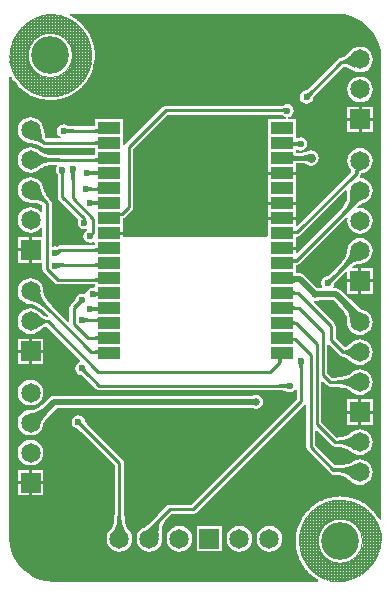
<source format=gtl>
G04*
G04 #@! TF.GenerationSoftware,Altium Limited,Altium Designer,20.1.8 (145)*
G04*
G04 Layer_Physical_Order=1*
G04 Layer_Color=255*
%FSLAX25Y25*%
%MOIN*%
G70*
G04*
G04 #@! TF.SameCoordinates,FF8AD340-37D9-483E-B564-930531A4ACC2*
G04*
G04*
G04 #@! TF.FilePolarity,Positive*
G04*
G01*
G75*
%ADD12C,0.01000*%
%ADD13R,0.07480X0.04213*%
%ADD19C,0.00300*%
%ADD20C,0.02000*%
%ADD21C,0.03000*%
%ADD22C,0.01500*%
%ADD23C,0.12598*%
%ADD24C,0.06500*%
%ADD25R,0.06500X0.06500*%
%ADD26R,0.06500X0.06500*%
%ADD27C,0.02362*%
%ADD28C,0.02000*%
%ADD29C,0.02559*%
%ADD30C,0.03000*%
G36*
X49558Y106097D02*
X51808Y105557D01*
X53945Y104672D01*
X55918Y103463D01*
X57677Y101961D01*
X59180Y100201D01*
X60388Y98229D01*
X61274Y96092D01*
X61814Y93842D01*
X61991Y91590D01*
X61980Y91536D01*
X61980Y-62427D01*
X61480Y-62568D01*
X61088Y-61927D01*
X61083Y-61905D01*
X61042Y-61843D01*
X61040Y-61835D01*
X60928Y-61667D01*
X60362Y-60744D01*
X59887Y-60188D01*
X59829Y-60100D01*
X59791Y-60075D01*
X59790Y-60074D01*
X59711Y-59954D01*
X59659Y-59920D01*
X59398Y-59614D01*
X59329Y-59512D01*
X59305Y-59495D01*
X59277Y-59454D01*
X59240Y-59429D01*
X58846Y-58969D01*
X58357Y-58551D01*
X58329Y-58509D01*
X58285Y-58480D01*
X58268Y-58454D01*
X58158Y-58381D01*
X57862Y-58128D01*
X57829Y-58079D01*
X57715Y-58002D01*
X57697Y-57987D01*
X57675Y-57954D01*
X57600Y-57904D01*
X57071Y-57452D01*
X56120Y-56869D01*
X55949Y-56755D01*
X55938Y-56753D01*
X55859Y-56700D01*
X55836Y-56696D01*
X55081Y-56233D01*
X54509Y-55996D01*
X54449Y-55955D01*
X54377Y-55941D01*
X54044Y-55803D01*
X53949Y-55740D01*
X53894Y-55729D01*
X53851Y-55700D01*
X53743Y-55679D01*
X53488Y-55573D01*
X53449Y-55547D01*
X53402Y-55537D01*
X52924Y-55339D01*
X52360Y-55204D01*
X52354Y-55200D01*
X52296Y-55189D01*
X51968Y-55110D01*
X51949Y-55097D01*
X51747Y-55057D01*
X50654Y-54794D01*
X50047Y-54747D01*
X50000Y-54737D01*
X49980Y-54741D01*
X49655Y-54716D01*
X49500Y-54685D01*
X49433Y-54698D01*
X49109Y-54673D01*
X49000Y-54651D01*
X48953Y-54660D01*
X48327Y-54611D01*
X47560Y-54672D01*
X47500Y-54660D01*
X47361Y-54687D01*
X47060Y-54711D01*
X47000Y-54699D01*
X46862Y-54726D01*
X46000Y-54794D01*
X45124Y-55005D01*
X45051Y-55019D01*
X45044Y-55024D01*
X44736Y-55098D01*
X44551Y-55134D01*
X44534Y-55146D01*
X44357Y-55189D01*
X44299Y-55200D01*
X44294Y-55204D01*
X43729Y-55339D01*
X43129Y-55588D01*
X43051Y-55603D01*
X42985Y-55648D01*
X42910Y-55679D01*
X42802Y-55700D01*
X42711Y-55761D01*
X42663Y-55781D01*
X42551Y-55803D01*
X42457Y-55866D01*
X42088Y-56019D01*
X42051Y-56027D01*
X42020Y-56047D01*
X41573Y-56233D01*
X41060Y-56547D01*
X41051Y-56549D01*
X40988Y-56591D01*
X40817Y-56696D01*
X40795Y-56700D01*
X40628Y-56812D01*
X40570Y-56847D01*
X40551Y-56851D01*
X40414Y-56943D01*
X39582Y-57452D01*
X39171Y-57804D01*
X39171Y-57804D01*
X39171Y-57804D01*
X39054Y-57904D01*
X38978Y-57954D01*
X38956Y-57987D01*
X38803Y-58118D01*
X38671Y-58206D01*
X38633Y-58264D01*
X38495Y-58381D01*
X38385Y-58454D01*
X38353Y-58502D01*
X38214Y-58621D01*
X38171Y-58650D01*
X38158Y-58669D01*
X37807Y-58969D01*
X37414Y-59429D01*
X37376Y-59454D01*
X37318Y-59541D01*
X37227Y-59648D01*
X37171Y-59685D01*
X37084Y-59816D01*
X36995Y-59920D01*
X36943Y-59954D01*
X36863Y-60074D01*
X36678Y-60290D01*
X36671Y-60295D01*
X36660Y-60312D01*
X36291Y-60744D01*
X35726Y-61667D01*
X35613Y-61835D01*
X35609Y-61857D01*
X35480Y-62068D01*
X35417Y-62162D01*
X35414Y-62175D01*
X35071Y-62734D01*
X34920Y-63100D01*
X34917Y-63105D01*
X34916Y-63110D01*
X34845Y-63280D01*
X34808Y-63335D01*
X34795Y-63400D01*
X34655Y-63739D01*
X34591Y-63835D01*
X34569Y-63948D01*
X34454Y-64226D01*
X34417Y-64281D01*
X34410Y-64315D01*
X34397Y-64335D01*
X34386Y-64388D01*
X34178Y-64891D01*
X33956Y-65815D01*
X33943Y-65835D01*
X33923Y-65937D01*
X33917Y-65946D01*
X33878Y-66139D01*
X33633Y-67161D01*
X33587Y-67748D01*
X33580Y-67783D01*
X33583Y-67799D01*
X33557Y-68131D01*
X33526Y-68283D01*
X33539Y-68350D01*
X33514Y-68667D01*
X33491Y-68783D01*
X33501Y-68834D01*
X33450Y-69488D01*
X33508Y-70225D01*
X33496Y-70284D01*
X33523Y-70418D01*
X33547Y-70722D01*
X33535Y-70784D01*
X33563Y-70926D01*
X33633Y-71816D01*
X33841Y-72682D01*
X33851Y-72732D01*
X33854Y-72737D01*
X33878Y-72838D01*
X33917Y-73030D01*
X33929Y-73048D01*
X33965Y-73232D01*
X33977Y-73251D01*
X34178Y-74085D01*
X34404Y-74631D01*
X34417Y-74696D01*
X34426Y-74709D01*
X34430Y-74732D01*
X34471Y-74793D01*
X34606Y-75120D01*
X34629Y-75232D01*
X34692Y-75328D01*
X34842Y-75688D01*
X34850Y-75732D01*
X34876Y-75770D01*
X34916Y-75866D01*
X34917Y-75872D01*
X34920Y-75876D01*
X35071Y-76242D01*
X35368Y-76727D01*
X35369Y-76732D01*
X35397Y-76773D01*
X35414Y-76802D01*
X35417Y-76814D01*
X35480Y-76909D01*
X35666Y-77212D01*
X35670Y-77232D01*
X35769Y-77381D01*
X36291Y-78233D01*
X36660Y-78664D01*
X36671Y-78681D01*
X36678Y-78686D01*
X36931Y-78982D01*
X37018Y-79113D01*
X37075Y-79150D01*
X37084Y-79161D01*
X37171Y-79291D01*
X37227Y-79329D01*
X37422Y-79557D01*
X37459Y-79613D01*
X37483Y-79629D01*
X37807Y-80008D01*
X38158Y-80308D01*
X38171Y-80326D01*
X38214Y-80355D01*
X38451Y-80558D01*
X38488Y-80613D01*
X38614Y-80697D01*
X38633Y-80713D01*
X38671Y-80770D01*
X38803Y-80858D01*
X39083Y-81098D01*
X39093Y-81113D01*
X39128Y-81135D01*
X39171Y-81173D01*
X39171Y-81173D01*
X39171Y-81173D01*
X39582Y-81524D01*
X40414Y-82034D01*
X40551Y-82125D01*
X40570Y-82129D01*
X40825Y-82285D01*
X40947Y-82367D01*
X41029Y-82535D01*
X40885Y-82859D01*
X40682Y-83035D01*
X-47252D01*
X-47306Y-83046D01*
X-49558Y-82869D01*
X-51808Y-82329D01*
X-53945Y-81444D01*
X-55918Y-80235D01*
X-57677Y-78732D01*
X-59180Y-76973D01*
X-60388Y-75001D01*
X-61274Y-72863D01*
X-61814Y-70613D01*
X-61957Y-68801D01*
X-61980Y-68307D01*
X-61980Y-68307D01*
X-61980Y-67814D01*
X-61980Y85347D01*
X-61889Y85373D01*
X-61426Y85399D01*
X-61088Y84848D01*
X-61040Y84795D01*
X-61024Y84772D01*
X-61023Y84768D01*
X-60967Y84683D01*
X-60936Y84600D01*
X-60709Y84229D01*
X-60398Y83893D01*
X-60273Y83836D01*
X-60156Y83758D01*
X-60134Y83724D01*
X-59570Y83160D01*
X-59539Y83115D01*
X-59470Y82768D01*
X-59216Y82387D01*
X-59059Y82141D01*
X-58854Y81902D01*
X-58712Y81781D01*
X-58342Y81464D01*
X-58329Y81445D01*
X-58286Y81416D01*
X-58255Y81390D01*
X-58253Y81387D01*
X-58247Y81383D01*
X-57842Y81037D01*
X-57829Y81018D01*
X-57784Y80987D01*
X-57079Y80386D01*
X-55089Y79166D01*
X-54735Y79020D01*
X-54735Y79019D01*
X-54735Y79019D01*
X-54510Y78926D01*
X-54449Y78885D01*
X-54376Y78871D01*
X-54044Y78733D01*
X-53949Y78670D01*
X-53898Y78659D01*
X-53859Y78633D01*
X-53751Y78612D01*
X-53486Y78502D01*
X-53449Y78477D01*
X-53449Y78477D01*
X-53223Y78393D01*
X-52932Y78272D01*
X-52751Y78229D01*
X-51034Y77817D01*
X-51034D01*
X-50662Y77728D01*
X-49577Y77642D01*
X-49500Y77627D01*
X-49467Y77634D01*
X-48823Y77583D01*
X-48785Y77575D01*
X-48768Y77578D01*
X-48335Y77544D01*
X-47902Y77578D01*
X-47885Y77575D01*
X-47846Y77583D01*
X-47522Y77608D01*
X-47500Y77604D01*
X-47448Y77614D01*
X-47020Y77648D01*
X-47000Y77644D01*
X-46954Y77653D01*
X-46321Y77703D01*
X-46007Y77728D01*
X-45636Y77817D01*
X-45636D01*
X-45130Y77938D01*
X-43738Y78272D01*
X-43446Y78393D01*
X-43130Y78524D01*
X-43051Y78540D01*
X-42954Y78605D01*
X-42810Y78633D01*
X-42560Y78738D01*
X-42551Y78740D01*
X-42544Y78745D01*
X-42096Y78952D01*
X-42086Y78957D01*
X-42051Y78964D01*
X-42051Y78964D01*
X-41872Y79045D01*
X-41581Y79166D01*
X-41422Y79263D01*
X-39590Y80386D01*
X-38738Y81113D01*
X-38671Y81158D01*
X-38651Y81187D01*
X-38519Y81301D01*
X-38422Y81383D01*
X-38416Y81387D01*
X-38145Y81620D01*
X-38133Y81630D01*
X-38117Y81641D01*
X-38055Y81697D01*
X-37815Y81902D01*
X-37694Y82043D01*
X-37402Y82386D01*
X-37399Y82387D01*
X-37396Y82392D01*
X-37190Y82633D01*
X-37171Y82646D01*
X-37141Y82691D01*
X-36987Y82871D01*
X-36963Y82887D01*
X-36925Y82944D01*
X-36503Y83437D01*
X-36299Y83677D01*
X-36134Y83945D01*
X-35244Y85399D01*
X-35079Y85667D01*
X-34959Y85958D01*
X-34817Y86268D01*
X-34804Y86333D01*
X-34602Y86764D01*
X-34599Y86768D01*
X-34599Y86768D01*
X-34599Y86768D01*
X-34598Y86771D01*
X-34418Y87233D01*
X-34417Y87235D01*
X-34306Y87533D01*
X-34186Y87824D01*
X-34142Y88005D01*
X-33964Y88748D01*
Y88748D01*
X-33641Y90094D01*
X-33558Y91144D01*
X-33544Y91216D01*
X-33550Y91248D01*
X-33514Y91706D01*
X-33512Y91716D01*
X-33513Y91721D01*
X-33496Y91932D01*
X-33489Y91971D01*
X-33492Y91988D01*
X-33458Y92421D01*
X-33492Y92854D01*
X-33489Y92871D01*
X-33496Y92910D01*
X-33519Y93199D01*
X-33515Y93217D01*
X-33523Y93257D01*
X-33558Y93692D01*
X-33553Y93717D01*
X-33564Y93772D01*
X-33616Y94435D01*
X-33641Y94749D01*
X-33730Y95121D01*
Y95121D01*
X-33849Y95615D01*
X-33849Y95615D01*
X-33985Y96184D01*
Y96184D01*
X-34112Y96712D01*
X-34186Y97019D01*
X-34306Y97310D01*
X-34417Y97607D01*
X-34417Y97608D01*
X-34438Y97665D01*
X-34479Y97726D01*
X-34483Y97735D01*
X-34635Y98156D01*
X-34637Y98165D01*
X-34637Y98165D01*
Y98165D01*
X-34640Y98170D01*
X-34836Y98588D01*
X-34850Y98621D01*
X-34858Y98665D01*
X-34858Y98665D01*
X-34959Y98884D01*
X-35079Y99175D01*
X-35177Y99334D01*
X-35475Y99821D01*
X-35475Y99821D01*
X-35674Y100145D01*
X-35674Y100145D01*
X-36299Y101166D01*
X-36991Y101977D01*
X-37038Y102046D01*
X-37067Y102066D01*
X-37142Y102153D01*
X-37171Y102196D01*
X-37190Y102209D01*
X-37492Y102562D01*
X-37492Y102563D01*
X-37514Y102596D01*
X-37514Y102596D01*
X-37611Y102701D01*
X-37815Y102941D01*
X-38055Y103146D01*
X-38117Y103202D01*
X-38133Y103212D01*
X-38459Y103491D01*
X-38459Y103491D01*
X-38504Y103530D01*
X-38515Y103546D01*
X-38552Y103570D01*
X-38651Y103655D01*
X-38671Y103684D01*
X-38738Y103729D01*
X-39590Y104457D01*
X-39859Y104622D01*
X-41581Y105677D01*
X-41791Y105764D01*
X-41691Y106264D01*
X47252D01*
X47306Y106275D01*
X49558Y106097D01*
D02*
G37*
%LPC*%
G36*
X54921Y95346D02*
X53812Y95200D01*
X52778Y94771D01*
X51890Y94090D01*
X51810Y93985D01*
X51376Y93552D01*
X50923Y93125D01*
X50086Y92415D01*
X49738Y92160D01*
X49422Y91957D01*
X49154Y91812D01*
X48940Y91722D01*
X48792Y91682D01*
X48758Y91679D01*
X48712D01*
X48665Y91669D01*
X48610Y91664D01*
X48560Y91648D01*
X48127Y91562D01*
X47631Y91231D01*
X38031Y81631D01*
X37647Y81273D01*
X37233Y80927D01*
X37087Y80821D01*
X36976Y80749D01*
X36952Y80737D01*
X36255Y80598D01*
X35534Y80116D01*
X35052Y79394D01*
X34883Y78543D01*
X35052Y77692D01*
X35534Y76971D01*
X36255Y76489D01*
X37106Y76319D01*
X37957Y76489D01*
X38679Y76971D01*
X39161Y77692D01*
X39299Y78389D01*
X39312Y78413D01*
X39362Y78490D01*
X40273Y79548D01*
X49317Y88591D01*
X49419Y88581D01*
X49796Y88519D01*
X50174Y88434D01*
X51028Y88170D01*
X51444Y88008D01*
X52380Y87575D01*
X52706Y87402D01*
X52778Y87347D01*
X53812Y86918D01*
X54921Y86772D01*
X56031Y86918D01*
X57065Y87347D01*
X57952Y88028D01*
X58634Y88916D01*
X59062Y89950D01*
X59208Y91059D01*
X59062Y92168D01*
X58634Y93202D01*
X57952Y94090D01*
X57065Y94771D01*
X56031Y95200D01*
X54921Y95346D01*
D02*
G37*
G36*
Y85346D02*
X53812Y85200D01*
X52778Y84771D01*
X51890Y84090D01*
X51209Y83202D01*
X50781Y82169D01*
X50635Y81059D01*
X50781Y79950D01*
X51209Y78916D01*
X51890Y78028D01*
X52778Y77347D01*
X53812Y76918D01*
X54921Y76772D01*
X56031Y76918D01*
X57065Y77347D01*
X57952Y78028D01*
X58634Y78916D01*
X59062Y79950D01*
X59208Y81059D01*
X59062Y82169D01*
X58634Y83202D01*
X57952Y84090D01*
X57065Y84771D01*
X56031Y85200D01*
X54921Y85346D01*
D02*
G37*
G36*
X59171Y75309D02*
X55421D01*
Y71559D01*
X59171D01*
Y75309D01*
D02*
G37*
G36*
X54421D02*
X50671D01*
Y71559D01*
X54421D01*
Y75309D01*
D02*
G37*
G36*
X59171Y70559D02*
X55421D01*
Y66809D01*
X59171D01*
Y70559D01*
D02*
G37*
G36*
X54421D02*
X50671D01*
Y66809D01*
X54421D01*
Y70559D01*
D02*
G37*
G36*
X30610Y76240D02*
X29759Y76070D01*
X29206Y75701D01*
X28290Y75644D01*
X-9843D01*
X-10428Y75527D01*
X-10924Y75196D01*
X-23325Y62794D01*
X-23579Y62415D01*
X-24079Y62545D01*
Y65102D01*
Y71315D01*
X-33559D01*
Y68754D01*
X-41060D01*
X-41585Y68773D01*
X-42122Y68821D01*
X-42301Y68848D01*
X-42430Y68876D01*
X-42456Y68884D01*
X-43047Y69279D01*
X-43898Y69448D01*
X-44749Y69279D01*
X-45470Y68797D01*
X-45952Y68075D01*
X-46121Y67224D01*
X-45952Y66373D01*
X-45470Y65652D01*
X-44851Y65238D01*
X-44946Y64738D01*
X-49807D01*
X-49862Y64839D01*
X-49997Y65143D01*
X-50130Y65504D01*
X-50252Y65904D01*
X-50599Y67522D01*
X-50693Y68150D01*
X-50724Y68236D01*
X-50781Y68669D01*
X-51209Y69702D01*
X-51890Y70590D01*
X-52778Y71271D01*
X-53812Y71700D01*
X-54921Y71846D01*
X-56031Y71700D01*
X-57065Y71271D01*
X-57952Y70590D01*
X-58634Y69702D01*
X-59062Y68669D01*
X-59208Y67559D01*
X-59062Y66450D01*
X-58634Y65416D01*
X-57952Y64528D01*
X-57065Y63847D01*
X-56031Y63418D01*
X-55605Y63362D01*
X-55527Y63333D01*
X-54288Y63130D01*
X-53275Y62892D01*
X-52867Y62767D01*
X-52505Y62635D01*
X-52202Y62500D01*
X-51958Y62368D01*
X-51775Y62243D01*
X-51727Y62202D01*
X-51652Y62127D01*
X-51604Y62095D01*
X-51594Y62086D01*
X-51572Y62073D01*
X-51156Y61796D01*
X-50571Y61679D01*
X-33559D01*
Y59088D01*
X-45792D01*
X-46248Y59096D01*
X-48123Y59235D01*
X-48912Y59351D01*
X-49628Y59500D01*
X-50257Y59677D01*
X-50797Y59878D01*
X-51249Y60100D01*
X-51615Y60336D01*
X-51849Y60536D01*
X-51890Y60590D01*
X-52778Y61271D01*
X-53812Y61700D01*
X-54921Y61846D01*
X-56031Y61700D01*
X-57065Y61271D01*
X-57952Y60590D01*
X-58634Y59702D01*
X-59062Y58669D01*
X-59208Y57559D01*
X-59062Y56450D01*
X-58634Y55416D01*
X-57952Y54528D01*
X-57065Y53847D01*
X-56031Y53418D01*
X-54921Y53272D01*
X-53812Y53418D01*
X-52778Y53847D01*
X-51890Y54528D01*
X-51849Y54582D01*
X-51615Y54782D01*
X-51249Y55018D01*
X-50797Y55239D01*
X-50257Y55441D01*
X-49628Y55618D01*
X-48912Y55767D01*
X-48123Y55883D01*
X-46397Y56011D01*
X-46169Y55714D01*
X-46121Y55524D01*
X-46348Y55184D01*
X-46517Y54333D01*
X-46348Y53482D01*
X-45953Y52892D01*
X-45945Y52866D01*
X-45926Y52776D01*
X-45823Y51384D01*
Y45278D01*
X-45706Y44693D01*
X-45375Y44196D01*
X-38886Y37707D01*
X-39025Y37499D01*
X-39195Y36647D01*
X-39025Y35796D01*
X-38543Y35075D01*
X-37822Y34593D01*
X-36971Y34424D01*
X-36183Y34580D01*
X-36023Y34098D01*
X-36652Y33678D01*
X-37134Y32956D01*
X-37304Y32105D01*
X-37134Y31254D01*
X-36652Y30533D01*
X-35931Y30051D01*
X-35080Y29882D01*
X-34229Y30051D01*
X-34023Y30188D01*
X-33559Y29897D01*
Y29089D01*
X-45202D01*
X-45787Y28972D01*
X-46208Y28690D01*
X-46752Y28799D01*
X-47404Y28669D01*
X-47904Y28984D01*
Y43232D01*
X-48020Y43817D01*
X-48352Y44314D01*
X-48615Y44578D01*
X-48715Y44683D01*
X-49046Y45069D01*
X-49350Y45465D01*
X-49628Y45872D01*
X-49880Y46289D01*
X-50108Y46718D01*
X-50310Y47158D01*
X-50487Y47610D01*
X-50640Y48075D01*
X-50762Y48530D01*
X-50781Y48669D01*
X-51209Y49702D01*
X-51890Y50590D01*
X-52778Y51271D01*
X-53812Y51700D01*
X-54921Y51846D01*
X-56031Y51700D01*
X-57065Y51271D01*
X-57952Y50590D01*
X-58634Y49702D01*
X-59062Y48669D01*
X-59208Y47559D01*
X-59062Y46450D01*
X-58634Y45416D01*
X-57952Y44528D01*
X-57065Y43847D01*
X-56031Y43418D01*
X-54921Y43272D01*
X-54827Y43285D01*
X-53608Y43235D01*
X-53047Y43172D01*
X-52528Y43082D01*
X-52061Y42970D01*
X-51648Y42838D01*
X-51289Y42687D01*
X-50982Y42522D01*
X-50963Y42509D01*
Y40203D01*
X-51463Y40033D01*
X-51890Y40590D01*
X-52778Y41271D01*
X-53812Y41700D01*
X-54921Y41846D01*
X-56031Y41700D01*
X-57065Y41271D01*
X-57952Y40590D01*
X-58634Y39702D01*
X-59062Y38669D01*
X-59208Y37559D01*
X-59062Y36450D01*
X-58634Y35416D01*
X-57952Y34528D01*
X-57065Y33847D01*
X-56031Y33419D01*
X-54921Y33272D01*
X-53812Y33419D01*
X-52778Y33847D01*
X-51890Y34528D01*
X-51463Y35085D01*
X-50963Y34916D01*
Y31809D01*
X-54421D01*
Y27559D01*
Y23309D01*
X-50963D01*
Y21159D01*
X-50846Y20573D01*
X-50515Y20077D01*
X-46974Y16537D01*
X-46478Y16205D01*
X-45893Y16089D01*
X-33559D01*
Y15391D01*
X-34004Y14970D01*
X-34252Y15019D01*
X-35103Y14850D01*
X-35824Y14368D01*
X-36307Y13646D01*
X-36423Y13060D01*
X-36950Y12810D01*
X-37015Y12854D01*
X-37866Y13023D01*
X-38717Y12854D01*
X-39439Y12372D01*
X-39921Y11650D01*
X-40059Y10953D01*
X-40072Y10929D01*
X-40122Y10852D01*
X-41033Y9795D01*
X-41558Y9270D01*
X-41889Y8774D01*
X-42006Y8189D01*
Y3680D01*
X-42468Y3489D01*
X-47384Y8405D01*
X-47702Y8733D01*
X-48929Y10157D01*
X-49405Y10798D01*
X-49806Y11409D01*
X-50125Y11979D01*
X-50365Y12503D01*
X-50528Y12980D01*
X-50620Y13405D01*
X-50643Y13713D01*
X-50635Y13780D01*
X-50781Y14889D01*
X-51209Y15923D01*
X-51890Y16811D01*
X-52778Y17492D01*
X-53812Y17920D01*
X-54921Y18066D01*
X-56031Y17920D01*
X-57065Y17492D01*
X-57952Y16811D01*
X-58634Y15923D01*
X-59062Y14889D01*
X-59208Y13780D01*
X-59062Y12670D01*
X-58634Y11636D01*
X-57952Y10748D01*
X-57065Y10067D01*
X-56031Y9639D01*
X-54921Y9493D01*
X-54854Y9502D01*
X-54547Y9478D01*
X-54122Y9386D01*
X-53645Y9223D01*
X-53120Y8984D01*
X-52551Y8664D01*
X-51940Y8263D01*
X-51299Y7787D01*
X-49875Y6560D01*
X-49547Y6242D01*
X-49083Y5778D01*
X-49190Y5482D01*
X-49321Y5309D01*
X-49360D01*
X-49399Y5312D01*
X-49578Y5347D01*
X-49793Y5413D01*
X-50040Y5514D01*
X-50317Y5655D01*
X-50621Y5834D01*
X-50941Y6048D01*
X-51684Y6623D01*
X-51869Y6784D01*
X-51890Y6811D01*
X-51980Y6880D01*
X-52083Y6969D01*
X-52135Y6999D01*
X-52778Y7492D01*
X-53812Y7920D01*
X-54921Y8066D01*
X-56031Y7920D01*
X-57065Y7492D01*
X-57952Y6811D01*
X-58634Y5923D01*
X-59062Y4889D01*
X-59208Y3779D01*
X-59062Y2670D01*
X-58634Y1636D01*
X-57952Y748D01*
X-57065Y67D01*
X-56031Y-361D01*
X-54921Y-507D01*
X-53812Y-361D01*
X-52778Y67D01*
X-52135Y560D01*
X-52083Y590D01*
X-51980Y679D01*
X-51890Y748D01*
X-51869Y776D01*
X-51684Y936D01*
X-50941Y1511D01*
X-50621Y1725D01*
X-50317Y1905D01*
X-50040Y2045D01*
X-49793Y2146D01*
X-49784Y2149D01*
X-38299Y-9336D01*
X-38444Y-9815D01*
X-38646Y-9855D01*
X-39368Y-10337D01*
X-39850Y-11058D01*
X-40019Y-11909D01*
X-39850Y-12760D01*
X-39368Y-13482D01*
X-38646Y-13964D01*
X-37949Y-14103D01*
X-37925Y-14115D01*
X-37848Y-14165D01*
X-36791Y-15077D01*
X-33070Y-18798D01*
X-32573Y-19129D01*
X-31988Y-19246D01*
X28659D01*
X29184Y-19265D01*
X29721Y-19313D01*
X29899Y-19341D01*
X30028Y-19368D01*
X30054Y-19376D01*
X30645Y-19771D01*
X31496Y-19940D01*
X32347Y-19771D01*
X33068Y-19289D01*
X33305Y-18935D01*
X33805Y-19086D01*
Y-22103D01*
X-1519Y-57427D01*
X-8578D01*
X-9163Y-57544D01*
X-9659Y-57875D01*
X-12588Y-60804D01*
X-15887Y-64032D01*
X-16487Y-64570D01*
X-16574Y-64638D01*
X-17419Y-64988D01*
X-18307Y-65670D01*
X-18988Y-66558D01*
X-19416Y-67591D01*
X-19562Y-68701D01*
X-19416Y-69810D01*
X-18988Y-70844D01*
X-18307Y-71732D01*
X-17419Y-72413D01*
X-16385Y-72841D01*
X-15276Y-72988D01*
X-14166Y-72841D01*
X-13132Y-72413D01*
X-12245Y-71732D01*
X-11563Y-70844D01*
X-11135Y-69810D01*
X-10989Y-68701D01*
X-11091Y-67928D01*
X-11089Y-67869D01*
X-11210Y-67125D01*
X-11254Y-66452D01*
X-11231Y-65803D01*
X-11141Y-65175D01*
X-10986Y-64565D01*
X-10762Y-63969D01*
X-10469Y-63383D01*
X-10105Y-62807D01*
X-9665Y-62238D01*
X-9299Y-61841D01*
X-7944Y-60486D01*
X-886D01*
X-301Y-60370D01*
X196Y-60038D01*
X36416Y-23818D01*
X36455Y-23760D01*
X36955Y-23911D01*
Y-38189D01*
X37071Y-38774D01*
X37403Y-39270D01*
X44982Y-46849D01*
X45478Y-47181D01*
X46063Y-47297D01*
X46372D01*
X46810Y-47310D01*
X47514Y-47377D01*
X48176Y-47487D01*
X48796Y-47640D01*
X49376Y-47833D01*
X49917Y-48066D01*
X50422Y-48340D01*
X50891Y-48654D01*
X51329Y-49010D01*
X51743Y-49416D01*
X51831Y-49531D01*
X52719Y-50212D01*
X53753Y-50641D01*
X54862Y-50787D01*
X55972Y-50641D01*
X57006Y-50212D01*
X57893Y-49531D01*
X58575Y-48643D01*
X59003Y-47609D01*
X59149Y-46500D01*
X59003Y-45390D01*
X58575Y-44357D01*
X57893Y-43469D01*
X57006Y-42788D01*
X55972Y-42359D01*
X54862Y-42213D01*
X53753Y-42359D01*
X52719Y-42788D01*
X52378Y-43049D01*
X52316Y-43075D01*
X51983Y-43297D01*
X51631Y-43476D01*
X51200Y-43644D01*
X50691Y-43797D01*
X50104Y-43931D01*
X49462Y-44040D01*
X46996Y-44235D01*
X46771Y-44238D01*
X46696D01*
X40014Y-37555D01*
Y-32692D01*
X40476Y-32501D01*
X45557Y-37582D01*
X46053Y-37913D01*
X46638Y-38029D01*
X46999D01*
X47333Y-38038D01*
X47993Y-38092D01*
X48618Y-38181D01*
X49208Y-38305D01*
X49764Y-38462D01*
X50287Y-38651D01*
X50778Y-38873D01*
X51238Y-39127D01*
X51669Y-39414D01*
X52106Y-39760D01*
X52177Y-39796D01*
X52719Y-40212D01*
X53753Y-40641D01*
X54862Y-40787D01*
X55972Y-40641D01*
X57006Y-40212D01*
X57893Y-39531D01*
X58575Y-38643D01*
X59003Y-37609D01*
X59149Y-36500D01*
X59003Y-35390D01*
X58575Y-34357D01*
X57893Y-33469D01*
X57006Y-32788D01*
X55972Y-32359D01*
X54862Y-32213D01*
X53753Y-32359D01*
X52719Y-32788D01*
X52177Y-33204D01*
X52106Y-33240D01*
X51670Y-33586D01*
X51238Y-33873D01*
X50778Y-34127D01*
X50287Y-34349D01*
X49765Y-34538D01*
X49208Y-34695D01*
X48618Y-34819D01*
X47993Y-34908D01*
X47333Y-34962D01*
X47265Y-34964D01*
X42014Y-29713D01*
Y-16291D01*
X42476Y-16100D01*
X43957Y-17581D01*
X44453Y-17913D01*
X45039Y-18029D01*
X45733D01*
X46189Y-18037D01*
X48064Y-18176D01*
X48853Y-18292D01*
X49569Y-18441D01*
X50197Y-18618D01*
X50738Y-18820D01*
X51190Y-19041D01*
X51556Y-19277D01*
X51790Y-19478D01*
X51831Y-19531D01*
X52719Y-20212D01*
X53753Y-20641D01*
X54862Y-20787D01*
X55972Y-20641D01*
X57006Y-20212D01*
X57893Y-19531D01*
X58575Y-18643D01*
X59003Y-17609D01*
X59149Y-16500D01*
X59003Y-15391D01*
X58575Y-14357D01*
X57893Y-13469D01*
X57006Y-12788D01*
X55972Y-12359D01*
X54862Y-12213D01*
X53753Y-12359D01*
X52719Y-12788D01*
X51831Y-13469D01*
X51790Y-13522D01*
X51556Y-13723D01*
X51190Y-13959D01*
X50738Y-14180D01*
X50197Y-14382D01*
X49569Y-14559D01*
X48853Y-14708D01*
X48063Y-14824D01*
X46189Y-14963D01*
X45733Y-14971D01*
X45672D01*
X44049Y-13348D01*
Y-4202D01*
X44549Y-3995D01*
X48135Y-7581D01*
X48631Y-7913D01*
X49128Y-8012D01*
X49149Y-8017D01*
X49160Y-8018D01*
X49217Y-8029D01*
X49329D01*
X49369Y-8032D01*
X49551Y-8067D01*
X49765Y-8132D01*
X50008Y-8232D01*
X50280Y-8369D01*
X50576Y-8544D01*
X50886Y-8754D01*
X51606Y-9319D01*
X51800Y-9491D01*
X51831Y-9531D01*
X51941Y-9615D01*
X51990Y-9659D01*
X52022Y-9677D01*
X52719Y-10212D01*
X53753Y-10641D01*
X54862Y-10787D01*
X55972Y-10641D01*
X57006Y-10212D01*
X57893Y-9531D01*
X58575Y-8643D01*
X59003Y-7609D01*
X59149Y-6500D01*
X59003Y-5390D01*
X58575Y-4357D01*
X57893Y-3469D01*
X57006Y-2788D01*
X55972Y-2359D01*
X54862Y-2213D01*
X53753Y-2359D01*
X52719Y-2788D01*
X52022Y-3323D01*
X51990Y-3341D01*
X51941Y-3385D01*
X51831Y-3469D01*
X51800Y-3509D01*
X51606Y-3681D01*
X50886Y-4247D01*
X50576Y-4456D01*
X50280Y-4631D01*
X50008Y-4768D01*
X49765Y-4868D01*
X49751Y-4872D01*
X46805Y-1925D01*
Y2067D01*
X46689Y2652D01*
X46357Y3148D01*
X39416Y10089D01*
X39663Y10550D01*
X40059Y10471D01*
X40949Y10648D01*
X41110Y10756D01*
X46104D01*
X47541Y9320D01*
X48570Y8205D01*
X49104Y7536D01*
X49559Y6893D01*
X49928Y6288D01*
X50212Y5723D01*
X50415Y5202D01*
X50541Y4728D01*
X50597Y4300D01*
X50588Y3832D01*
X50595Y3796D01*
X50556Y3500D01*
X50702Y2390D01*
X51130Y1357D01*
X51811Y469D01*
X52699Y-212D01*
X53733Y-641D01*
X54843Y-787D01*
X55952Y-641D01*
X56986Y-212D01*
X57874Y469D01*
X58555Y1357D01*
X58983Y2390D01*
X59129Y3500D01*
X58983Y4609D01*
X58555Y5643D01*
X57874Y6531D01*
X56986Y7212D01*
X55952Y7641D01*
X55504Y7700D01*
X55490Y7707D01*
X55379Y7740D01*
X55291Y7788D01*
X51564Y11064D01*
X48391Y14237D01*
X47729Y14679D01*
X46949Y14834D01*
X46281D01*
X46014Y15335D01*
X46248Y15684D01*
X46397Y16438D01*
X46404Y16452D01*
X46473Y16563D01*
X46567Y16694D01*
X47338Y17573D01*
X49508Y19742D01*
X49836Y20060D01*
X50177Y20354D01*
X50632Y20146D01*
Y17780D01*
X54382D01*
Y21530D01*
X52456D01*
X52306Y22029D01*
X52511Y22164D01*
X53081Y22484D01*
X53606Y22723D01*
X54082Y22886D01*
X54508Y22978D01*
X54815Y23002D01*
X54882Y22993D01*
X55991Y23139D01*
X57025Y23567D01*
X57913Y24248D01*
X58594Y25136D01*
X59022Y26170D01*
X59169Y27279D01*
X59022Y28389D01*
X58594Y29423D01*
X57913Y30311D01*
X57025Y30992D01*
X55991Y31420D01*
X54882Y31566D01*
X53772Y31420D01*
X52739Y30992D01*
X51851Y30311D01*
X51170Y29423D01*
X50741Y28389D01*
X50595Y27279D01*
X50604Y27213D01*
X50581Y26905D01*
X50489Y26480D01*
X50326Y26003D01*
X50086Y25479D01*
X49766Y24909D01*
X49366Y24298D01*
X48889Y23657D01*
X47662Y22233D01*
X47345Y21905D01*
X45207Y19767D01*
X44683Y19267D01*
X44272Y18919D01*
X44126Y18809D01*
X44015Y18735D01*
X43985Y18718D01*
X43342Y18590D01*
X42620Y18108D01*
X42138Y17386D01*
X41969Y16535D01*
X42138Y15684D01*
X42372Y15335D01*
X42105Y14834D01*
X41110D01*
X40949Y14942D01*
X40635Y15005D01*
X36383Y19257D01*
X35721Y19699D01*
X34941Y19854D01*
X33961D01*
X33620Y19876D01*
X33559Y19884D01*
Y22414D01*
X34058Y22513D01*
X34555Y22844D01*
X50279Y38569D01*
X50573Y38455D01*
X50731Y38314D01*
X50595Y37279D01*
X50741Y36170D01*
X51170Y35136D01*
X51851Y34248D01*
X52739Y33567D01*
X53772Y33139D01*
X54882Y32993D01*
X55991Y33139D01*
X57025Y33567D01*
X57913Y34248D01*
X58594Y35136D01*
X59022Y36170D01*
X59169Y37279D01*
X59022Y38389D01*
X58594Y39423D01*
X57913Y40311D01*
X57025Y40992D01*
X55991Y41420D01*
X54882Y41566D01*
X54116Y41465D01*
X53909Y41943D01*
X54464Y42397D01*
X54896Y42705D01*
X55242Y42920D01*
X55471Y43031D01*
X55674Y43091D01*
X55691Y43099D01*
X55991Y43139D01*
X57025Y43567D01*
X57913Y44248D01*
X58594Y45136D01*
X59022Y46170D01*
X59169Y47280D01*
X59022Y48389D01*
X58594Y49423D01*
X57913Y50311D01*
X57025Y50992D01*
X55991Y51420D01*
X54923Y51561D01*
X54791Y51750D01*
X54664Y52009D01*
X54911Y52256D01*
X55243Y52752D01*
X55301Y53048D01*
X55991Y53139D01*
X57025Y53567D01*
X57913Y54248D01*
X58594Y55136D01*
X59022Y56170D01*
X59169Y57279D01*
X59022Y58389D01*
X58594Y59423D01*
X57913Y60311D01*
X57025Y60992D01*
X55991Y61420D01*
X54882Y61566D01*
X53772Y61420D01*
X52739Y60992D01*
X51851Y60311D01*
X51170Y59423D01*
X50741Y58389D01*
X50595Y57279D01*
X50741Y56170D01*
X51170Y55136D01*
X51851Y54248D01*
X51961Y54164D01*
X51994Y53665D01*
X34021Y35692D01*
X33559Y35883D01*
Y37709D01*
X28819D01*
X24079D01*
Y35102D01*
Y32286D01*
X23693Y31969D01*
X23622Y31983D01*
X-23622D01*
X-23693Y31969D01*
X-24079Y32286D01*
Y32709D01*
X-28819D01*
Y33709D01*
X-24079D01*
Y35102D01*
Y38148D01*
X-23872Y38189D01*
X-23376Y38521D01*
X-21163Y40734D01*
X-20831Y41230D01*
X-20715Y41816D01*
Y61079D01*
X-9209Y72585D01*
X28240D01*
X28634Y72571D01*
X28973Y72540D01*
X29038Y72443D01*
X29759Y71961D01*
X30206Y71872D01*
X30272Y71721D01*
X30307Y71342D01*
X30274Y71315D01*
X24079D01*
Y65102D01*
Y60102D01*
Y55102D01*
Y53709D01*
X28819D01*
X33559D01*
Y55102D01*
Y56415D01*
X33669Y56424D01*
X35078D01*
X35374Y56422D01*
X36190Y56398D01*
X36776Y56349D01*
X36815Y56344D01*
X37548Y55854D01*
X38524Y55660D01*
X39499Y55854D01*
X40326Y56406D01*
X40385Y56465D01*
X40938Y57292D01*
X41132Y58268D01*
X40938Y59243D01*
X40385Y60070D01*
X39558Y60623D01*
X38583Y60817D01*
X37607Y60623D01*
X36884Y60139D01*
X36843Y60128D01*
X36696Y60101D01*
X35175Y60006D01*
X34058Y59994D01*
X33928Y60022D01*
X33559Y60146D01*
Y60724D01*
X34059Y60991D01*
X34287Y60839D01*
X35138Y60670D01*
X35989Y60839D01*
X36710Y61321D01*
X37192Y62043D01*
X37362Y62894D01*
X37192Y63745D01*
X36710Y64466D01*
X35989Y64948D01*
X35138Y65118D01*
X34287Y64948D01*
X34059Y64796D01*
X33559Y65063D01*
Y71315D01*
X30947D01*
X30913Y71342D01*
X30949Y71721D01*
X31014Y71872D01*
X31461Y71961D01*
X32183Y72443D01*
X32665Y73165D01*
X32834Y74016D01*
X32665Y74867D01*
X32183Y75588D01*
X31461Y76070D01*
X30610Y76240D01*
D02*
G37*
G36*
X33559Y52709D02*
X28819D01*
X24079D01*
Y50102D01*
Y45102D01*
Y43709D01*
X28819D01*
X33559D01*
Y45102D01*
Y50102D01*
Y52709D01*
D02*
G37*
G36*
Y42709D02*
X28819D01*
X24079D01*
Y40102D01*
Y38709D01*
X28819D01*
X33559D01*
Y40102D01*
Y42709D01*
D02*
G37*
G36*
X-55421Y31809D02*
X-59171D01*
Y28059D01*
X-55421D01*
Y31809D01*
D02*
G37*
G36*
Y27059D02*
X-59171D01*
Y23309D01*
X-55421D01*
Y27059D01*
D02*
G37*
G36*
X59132Y21530D02*
X55382D01*
Y17780D01*
X59132D01*
Y21530D01*
D02*
G37*
G36*
Y16780D02*
X55382D01*
Y13029D01*
X59132D01*
Y16780D01*
D02*
G37*
G36*
X54382D02*
X50632D01*
Y13029D01*
X54382D01*
Y16780D01*
D02*
G37*
G36*
X-50671Y-1970D02*
X-54421D01*
Y-5720D01*
X-50671D01*
Y-1970D01*
D02*
G37*
G36*
X-55421D02*
X-59171D01*
Y-5720D01*
X-55421D01*
Y-1970D01*
D02*
G37*
G36*
X-50671Y-6720D02*
X-54421D01*
Y-10470D01*
X-50671D01*
Y-6720D01*
D02*
G37*
G36*
X-55421D02*
X-59171D01*
Y-10470D01*
X-55421D01*
Y-6720D01*
D02*
G37*
G36*
X-54921Y-15713D02*
X-56031Y-15859D01*
X-57065Y-16288D01*
X-57952Y-16969D01*
X-58634Y-17857D01*
X-59062Y-18891D01*
X-59208Y-20000D01*
X-59062Y-21110D01*
X-58634Y-22143D01*
X-57952Y-23031D01*
X-57065Y-23712D01*
X-56031Y-24141D01*
X-54921Y-24287D01*
X-53812Y-24141D01*
X-52778Y-23712D01*
X-51890Y-23031D01*
X-51209Y-22143D01*
X-50781Y-21110D01*
X-50635Y-20000D01*
X-50781Y-18891D01*
X-51209Y-17857D01*
X-51890Y-16969D01*
X-52778Y-16288D01*
X-53812Y-15859D01*
X-54921Y-15713D01*
D02*
G37*
G36*
X20276Y-20707D02*
X19386Y-20884D01*
X19224Y-20992D01*
X-47006D01*
X-47786Y-21147D01*
X-48448Y-21590D01*
X-49772Y-22914D01*
X-51182Y-24129D01*
X-51819Y-24601D01*
X-52422Y-24993D01*
X-52976Y-25299D01*
X-53479Y-25520D01*
X-53925Y-25661D01*
X-54310Y-25729D01*
X-54728Y-25738D01*
X-54731Y-25738D01*
X-54921Y-25713D01*
X-56031Y-25859D01*
X-57065Y-26288D01*
X-57952Y-26969D01*
X-58634Y-27857D01*
X-59062Y-28890D01*
X-59208Y-30000D01*
X-59062Y-31109D01*
X-58634Y-32143D01*
X-57952Y-33031D01*
X-57065Y-33712D01*
X-56031Y-34141D01*
X-54921Y-34287D01*
X-53812Y-34141D01*
X-52778Y-33712D01*
X-51890Y-33031D01*
X-51209Y-32143D01*
X-50781Y-31109D01*
X-50699Y-30489D01*
X-50684Y-30456D01*
X-50645Y-30280D01*
X-50561Y-30088D01*
X-50376Y-29771D01*
X-50112Y-29387D01*
X-47393Y-26303D01*
X-46161Y-25071D01*
X19224D01*
X19386Y-25179D01*
X20276Y-25356D01*
X21165Y-25179D01*
X21919Y-24675D01*
X22423Y-23921D01*
X22600Y-23031D01*
X22423Y-22142D01*
X21919Y-21388D01*
X21165Y-20884D01*
X20276Y-20707D01*
D02*
G37*
G36*
X59112Y-22250D02*
X55362D01*
Y-26000D01*
X59112D01*
Y-22250D01*
D02*
G37*
G36*
X54362D02*
X50612D01*
Y-26000D01*
X54362D01*
Y-22250D01*
D02*
G37*
G36*
X59112Y-27000D02*
X55362D01*
Y-30750D01*
X59112D01*
Y-27000D01*
D02*
G37*
G36*
X54362D02*
X50612D01*
Y-30750D01*
X54362D01*
Y-27000D01*
D02*
G37*
G36*
X-54921Y-35713D02*
X-56031Y-35859D01*
X-57065Y-36288D01*
X-57952Y-36969D01*
X-58634Y-37857D01*
X-59062Y-38890D01*
X-59208Y-40000D01*
X-59062Y-41109D01*
X-58634Y-42143D01*
X-57952Y-43031D01*
X-57065Y-43712D01*
X-56031Y-44141D01*
X-54921Y-44287D01*
X-53812Y-44141D01*
X-52778Y-43712D01*
X-51890Y-43031D01*
X-51209Y-42143D01*
X-50781Y-41109D01*
X-50635Y-40000D01*
X-50781Y-38890D01*
X-51209Y-37857D01*
X-51890Y-36969D01*
X-52778Y-36288D01*
X-53812Y-35859D01*
X-54921Y-35713D01*
D02*
G37*
G36*
X-50671Y-45750D02*
X-54421D01*
Y-49500D01*
X-50671D01*
Y-45750D01*
D02*
G37*
G36*
X-55421D02*
X-59171D01*
Y-49500D01*
X-55421D01*
Y-45750D01*
D02*
G37*
G36*
X-50671Y-50500D02*
X-54421D01*
Y-54250D01*
X-50671D01*
Y-50500D01*
D02*
G37*
G36*
X-55421D02*
X-59171D01*
Y-54250D01*
X-55421D01*
Y-50500D01*
D02*
G37*
G36*
X8974Y-64451D02*
X474D01*
Y-72951D01*
X8974D01*
Y-64451D01*
D02*
G37*
G36*
X24724Y-64414D02*
X23615Y-64560D01*
X22581Y-64988D01*
X21693Y-65670D01*
X21012Y-66558D01*
X20584Y-67591D01*
X20438Y-68701D01*
X20584Y-69810D01*
X21012Y-70844D01*
X21693Y-71732D01*
X22581Y-72413D01*
X23615Y-72841D01*
X24724Y-72988D01*
X25834Y-72841D01*
X26868Y-72413D01*
X27755Y-71732D01*
X28437Y-70844D01*
X28865Y-69810D01*
X29011Y-68701D01*
X28865Y-67591D01*
X28437Y-66558D01*
X27755Y-65670D01*
X26868Y-64988D01*
X25834Y-64560D01*
X24724Y-64414D01*
D02*
G37*
G36*
X14724D02*
X13615Y-64560D01*
X12581Y-64988D01*
X11693Y-65670D01*
X11012Y-66558D01*
X10584Y-67591D01*
X10438Y-68701D01*
X10584Y-69810D01*
X11012Y-70844D01*
X11693Y-71732D01*
X12581Y-72413D01*
X13615Y-72841D01*
X14724Y-72988D01*
X15834Y-72841D01*
X16868Y-72413D01*
X17755Y-71732D01*
X18437Y-70844D01*
X18865Y-69810D01*
X19011Y-68701D01*
X18865Y-67591D01*
X18437Y-66558D01*
X17755Y-65670D01*
X16868Y-64988D01*
X15834Y-64560D01*
X14724Y-64414D01*
D02*
G37*
G36*
X-5276D02*
X-6385Y-64560D01*
X-7419Y-64988D01*
X-8307Y-65670D01*
X-8988Y-66558D01*
X-9416Y-67591D01*
X-9562Y-68701D01*
X-9416Y-69810D01*
X-8988Y-70844D01*
X-8307Y-71732D01*
X-7419Y-72413D01*
X-6385Y-72841D01*
X-5276Y-72988D01*
X-4166Y-72841D01*
X-3132Y-72413D01*
X-2245Y-71732D01*
X-1563Y-70844D01*
X-1135Y-69810D01*
X-989Y-68701D01*
X-1135Y-67591D01*
X-1563Y-66558D01*
X-2245Y-65670D01*
X-3132Y-64988D01*
X-4166Y-64560D01*
X-5276Y-64414D01*
D02*
G37*
G36*
X-38976Y-27599D02*
X-39827Y-27768D01*
X-40549Y-28250D01*
X-41031Y-28972D01*
X-41200Y-29823D01*
X-41031Y-30674D01*
X-40549Y-31395D01*
X-39827Y-31877D01*
X-39131Y-32016D01*
X-39107Y-32029D01*
X-39029Y-32078D01*
X-37972Y-32990D01*
X-26805Y-44157D01*
Y-59591D01*
X-26812Y-60047D01*
X-26952Y-61922D01*
X-27068Y-62712D01*
X-27217Y-63427D01*
X-27393Y-64056D01*
X-27595Y-64596D01*
X-27817Y-65048D01*
X-28052Y-65414D01*
X-28253Y-65648D01*
X-28307Y-65689D01*
X-28988Y-66577D01*
X-29416Y-67611D01*
X-29562Y-68721D01*
X-29416Y-69830D01*
X-28988Y-70864D01*
X-28307Y-71752D01*
X-27419Y-72433D01*
X-26385Y-72861D01*
X-25276Y-73007D01*
X-24166Y-72861D01*
X-23132Y-72433D01*
X-22244Y-71752D01*
X-21563Y-70864D01*
X-21135Y-69830D01*
X-20989Y-68721D01*
X-21135Y-67611D01*
X-21563Y-66577D01*
X-22244Y-65689D01*
X-22298Y-65648D01*
X-22499Y-65414D01*
X-22735Y-65048D01*
X-22956Y-64596D01*
X-23158Y-64056D01*
X-23335Y-63427D01*
X-23483Y-62712D01*
X-23600Y-61922D01*
X-23739Y-60047D01*
X-23746Y-59591D01*
Y-43524D01*
X-23863Y-42938D01*
X-24194Y-42442D01*
X-35889Y-30748D01*
X-36246Y-30363D01*
X-36592Y-29949D01*
X-36699Y-29803D01*
X-36770Y-29693D01*
X-36783Y-29669D01*
X-36922Y-28972D01*
X-37404Y-28250D01*
X-38125Y-27768D01*
X-38976Y-27599D01*
D02*
G37*
%LPD*%
G36*
X53346Y88217D02*
X52834Y88489D01*
X51843Y88947D01*
X51364Y89133D01*
X50437Y89420D01*
X49990Y89520D01*
X49553Y89592D01*
X49127Y89635D01*
X48712Y89649D01*
Y90649D01*
X48979Y90676D01*
X49273Y90756D01*
X49593Y90890D01*
X49941Y91078D01*
X50316Y91319D01*
X50718Y91614D01*
X51603Y92365D01*
X52086Y92821D01*
X52596Y93330D01*
X53346Y88217D01*
D02*
G37*
G36*
X39887Y80617D02*
X39583Y80308D01*
X38543Y79102D01*
X38432Y78929D01*
X38352Y78777D01*
X38303Y78649D01*
X38287Y78543D01*
X37106Y79724D01*
X37212Y79741D01*
X37341Y79789D01*
X37492Y79869D01*
X37665Y79980D01*
X37862Y80124D01*
X38321Y80508D01*
X38871Y81020D01*
X39180Y81324D01*
X39887Y80617D01*
D02*
G37*
G36*
X29881Y73331D02*
X29811Y73385D01*
X29709Y73433D01*
X29573Y73476D01*
X29404Y73512D01*
X29202Y73544D01*
X28698Y73589D01*
X28062Y73611D01*
X27694Y73614D01*
X27809Y74614D01*
X28186Y74616D01*
X29881Y74721D01*
X29928Y74747D01*
X29881Y73331D01*
D02*
G37*
G36*
X-32535Y66474D02*
X-32545Y66522D01*
X-32576Y66564D01*
X-32626Y66602D01*
X-32697Y66634D01*
X-32788Y66662D01*
X-32899Y66684D01*
X-33031Y66702D01*
X-33355Y66722D01*
X-33547Y66724D01*
Y67724D01*
X-33355Y67727D01*
X-32899Y67764D01*
X-32788Y67787D01*
X-32697Y67814D01*
X-32626Y67847D01*
X-32576Y67884D01*
X-32545Y67927D01*
X-32535Y67974D01*
Y66474D01*
D02*
G37*
G36*
X-42976Y67996D02*
X-42851Y67939D01*
X-42688Y67889D01*
X-42486Y67845D01*
X-42246Y67808D01*
X-41649Y67755D01*
X-40898Y67728D01*
X-40465Y67724D01*
Y66724D01*
X-40898Y66721D01*
X-42486Y66604D01*
X-42688Y66560D01*
X-42851Y66510D01*
X-42976Y66452D01*
X-43063Y66389D01*
Y68060D01*
X-42976Y67996D01*
D02*
G37*
G36*
X34303Y62058D02*
X34217Y62122D01*
X34092Y62179D01*
X33928Y62229D01*
X33726Y62273D01*
X33486Y62310D01*
X32951Y62358D01*
X32899Y62354D01*
X32788Y62331D01*
X32697Y62304D01*
X32626Y62271D01*
X32576Y62234D01*
X32545Y62191D01*
X32535Y62144D01*
Y62376D01*
X32139Y62390D01*
X31705Y62394D01*
Y63394D01*
X32139Y63397D01*
X32535Y63426D01*
Y63644D01*
X32545Y63596D01*
X32576Y63554D01*
X32626Y63516D01*
X32697Y63484D01*
X32788Y63456D01*
X32828Y63448D01*
X33726Y63515D01*
X33928Y63558D01*
X34092Y63608D01*
X34217Y63666D01*
X34303Y63729D01*
Y62058D01*
D02*
G37*
G36*
X-51602Y67339D02*
X-51239Y65647D01*
X-51097Y65180D01*
X-50943Y64760D01*
X-50778Y64389D01*
X-50602Y64065D01*
X-50415Y63790D01*
X-50217Y63562D01*
X-50924Y62855D01*
X-51152Y63053D01*
X-51427Y63240D01*
X-51751Y63416D01*
X-52122Y63581D01*
X-52542Y63734D01*
X-53010Y63877D01*
X-54089Y64130D01*
X-55361Y64339D01*
X-51701Y67999D01*
X-51602Y67339D01*
D02*
G37*
G36*
X-32535Y62459D02*
X-32545Y62506D01*
X-32576Y62549D01*
X-32626Y62586D01*
X-32697Y62619D01*
X-32788Y62646D01*
X-32899Y62669D01*
X-33031Y62686D01*
X-33355Y62706D01*
X-33547Y62709D01*
Y63709D01*
X-33355Y63711D01*
X-32899Y63749D01*
X-32788Y63771D01*
X-32697Y63799D01*
X-32626Y63831D01*
X-32576Y63869D01*
X-32545Y63911D01*
X-32535Y63959D01*
Y62459D01*
D02*
G37*
G36*
X32550Y59262D02*
X32596Y59199D01*
X32671Y59142D01*
X32777Y59094D01*
X32913Y59052D01*
X33079Y59019D01*
X33276Y58992D01*
X33649Y58969D01*
X35212Y58987D01*
X36821Y59087D01*
X37070Y59133D01*
X37267Y59187D01*
X37414Y59247D01*
X37509Y59315D01*
X37537Y57192D01*
X37455Y57243D01*
X37321Y57288D01*
X37132Y57328D01*
X36891Y57363D01*
X36247Y57416D01*
X35393Y57441D01*
X33828Y57456D01*
X33760Y57455D01*
X33079Y57399D01*
X32913Y57365D01*
X32777Y57324D01*
X32671Y57275D01*
X32596Y57219D01*
X32550Y57155D01*
X32535Y57084D01*
Y59334D01*
X32550Y59262D01*
D02*
G37*
G36*
X-32535Y56809D02*
X-32545Y56857D01*
X-32576Y56899D01*
X-32626Y56937D01*
X-32697Y56969D01*
X-32788Y56997D01*
X-32899Y57019D01*
X-33031Y57037D01*
X-33355Y57057D01*
X-33547Y57059D01*
Y58059D01*
X-33355Y58062D01*
X-32899Y58099D01*
X-32788Y58122D01*
X-32697Y58149D01*
X-32626Y58182D01*
X-32576Y58219D01*
X-32545Y58262D01*
X-32535Y58309D01*
Y56809D01*
D02*
G37*
G36*
X-52226Y59517D02*
X-51751Y59211D01*
X-51200Y58941D01*
X-50573Y58707D01*
X-49870Y58509D01*
X-49090Y58347D01*
X-48235Y58221D01*
X-46294Y58077D01*
X-45210Y58059D01*
Y57059D01*
X-46294Y57041D01*
X-48235Y56897D01*
X-49090Y56771D01*
X-49870Y56609D01*
X-50573Y56411D01*
X-51200Y56177D01*
X-51751Y55907D01*
X-52226Y55601D01*
X-52625Y55260D01*
Y59859D01*
X-52226Y59517D01*
D02*
G37*
G36*
X54688Y54035D02*
X54620Y54032D01*
X54559Y54014D01*
X54505Y53982D01*
X54459Y53934D01*
X54419Y53872D01*
X54387Y53794D01*
X54362Y53702D01*
X54344Y53596D01*
X54333Y53474D01*
X54330Y53337D01*
X53329D01*
X53327Y53542D01*
X53284Y54051D01*
X53259Y54185D01*
X53228Y54303D01*
X53191Y54403D01*
X53149Y54485D01*
X53101Y54550D01*
X53047Y54597D01*
X54688Y54035D01*
D02*
G37*
G36*
X-35299Y54020D02*
X-35174Y53963D01*
X-35011Y53913D01*
X-34809Y53869D01*
X-34568Y53832D01*
X-33972Y53778D01*
X-33307Y53755D01*
X-32899Y53788D01*
X-32788Y53811D01*
X-32697Y53838D01*
X-32626Y53870D01*
X-32576Y53908D01*
X-32545Y53951D01*
X-32535Y53998D01*
Y52498D01*
X-32545Y52545D01*
X-32576Y52588D01*
X-32626Y52626D01*
X-32697Y52658D01*
X-32788Y52685D01*
X-32899Y52708D01*
X-33031Y52725D01*
X-33276Y52741D01*
X-34809Y52627D01*
X-35011Y52584D01*
X-35174Y52533D01*
X-35299Y52476D01*
X-35386Y52412D01*
Y54084D01*
X-35299Y54020D01*
D02*
G37*
G36*
X-40127Y53509D02*
X-40185Y53385D01*
X-40235Y53221D01*
X-40279Y53019D01*
X-40315Y52779D01*
X-40369Y52182D01*
X-40396Y51431D01*
X-40399Y50998D01*
X-41399D01*
X-41403Y51431D01*
X-41520Y53019D01*
X-41564Y53221D01*
X-41614Y53385D01*
X-41671Y53509D01*
X-41735Y53596D01*
X-40064D01*
X-40127Y53509D01*
D02*
G37*
G36*
X-43522Y53412D02*
X-43579Y53287D01*
X-43629Y53124D01*
X-43673Y52922D01*
X-43710Y52681D01*
X-43763Y52085D01*
X-43790Y51334D01*
X-43793Y50901D01*
X-44793D01*
X-44797Y51334D01*
X-44914Y52922D01*
X-44958Y53124D01*
X-45008Y53287D01*
X-45065Y53412D01*
X-45129Y53499D01*
X-43458D01*
X-43522Y53412D01*
D02*
G37*
G36*
X-35398Y48607D02*
X-35273Y48550D01*
X-35109Y48499D01*
X-34907Y48456D01*
X-34667Y48419D01*
X-34070Y48365D01*
X-33337Y48339D01*
X-32899Y48375D01*
X-32788Y48397D01*
X-32697Y48425D01*
X-32626Y48457D01*
X-32576Y48495D01*
X-32545Y48537D01*
X-32535Y48585D01*
Y47085D01*
X-32545Y47132D01*
X-32576Y47175D01*
X-32626Y47212D01*
X-32697Y47245D01*
X-32788Y47272D01*
X-32899Y47295D01*
X-33031Y47312D01*
X-33329Y47331D01*
X-34907Y47214D01*
X-35109Y47170D01*
X-35273Y47120D01*
X-35398Y47063D01*
X-35484Y46999D01*
Y48670D01*
X-35398Y48607D01*
D02*
G37*
G36*
X-51618Y47784D02*
X-51447Y47265D01*
X-51248Y46759D01*
X-51022Y46266D01*
X-50768Y45786D01*
X-50486Y45320D01*
X-50176Y44867D01*
X-49838Y44427D01*
X-49473Y44000D01*
X-49079Y43586D01*
X-49787Y42879D01*
X-50096Y43151D01*
X-50450Y43394D01*
X-50850Y43609D01*
X-51296Y43795D01*
X-51786Y43953D01*
X-52322Y44081D01*
X-52903Y44181D01*
X-53530Y44253D01*
X-54919Y44309D01*
X-51761Y48316D01*
X-51618Y47784D01*
D02*
G37*
G36*
X-34020Y43981D02*
X-33895Y43924D01*
X-33731Y43873D01*
X-33529Y43830D01*
X-33289Y43793D01*
X-32869Y43755D01*
X-32788Y43771D01*
X-32697Y43799D01*
X-32626Y43831D01*
X-32576Y43869D01*
X-32545Y43911D01*
X-32535Y43959D01*
Y43733D01*
X-31942Y43712D01*
X-31509Y43709D01*
Y42709D01*
X-31942Y42705D01*
X-32535Y42661D01*
Y42459D01*
X-32545Y42506D01*
X-32576Y42549D01*
X-32626Y42586D01*
X-32697Y42619D01*
X-32779Y42643D01*
X-33529Y42588D01*
X-33731Y42544D01*
X-33895Y42494D01*
X-34020Y42437D01*
X-34106Y42373D01*
Y44044D01*
X-34020Y43981D01*
D02*
G37*
G36*
X55387Y44069D02*
X55102Y43985D01*
X54749Y43814D01*
X54330Y43554D01*
X53844Y43207D01*
X52672Y42248D01*
X51234Y40937D01*
X49529Y39275D01*
X48691Y39851D01*
X49341Y40541D01*
X49912Y41233D01*
X50405Y41928D01*
X50820Y42624D01*
X51156Y43323D01*
X51414Y44024D01*
X51593Y44727D01*
X51694Y45432D01*
X51717Y46139D01*
X51661Y46848D01*
X55387Y44069D01*
D02*
G37*
G36*
X32545Y34176D02*
X32576Y34133D01*
X32626Y34096D01*
X32697Y34063D01*
X32788Y34036D01*
X32899Y34013D01*
X33031Y33996D01*
X33355Y33976D01*
X33547Y33973D01*
Y32973D01*
X33355Y32971D01*
X32899Y32933D01*
X32788Y32911D01*
X32697Y32883D01*
X32626Y32851D01*
X32576Y32813D01*
X32545Y32771D01*
X32535Y32723D01*
Y34223D01*
X32545Y34176D01*
D02*
G37*
G36*
X-44848Y27206D02*
X-44985Y27068D01*
X-45578Y26399D01*
X-45589Y26370D01*
X-46169Y27602D01*
X-46128Y27585D01*
X-46082Y27579D01*
X-46032Y27584D01*
X-45978Y27599D01*
X-45919Y27625D01*
X-45855Y27661D01*
X-45787Y27708D01*
X-45714Y27766D01*
X-45637Y27834D01*
X-45555Y27913D01*
X-44848Y27206D01*
D02*
G37*
G36*
X-32535Y26809D02*
X-32545Y26857D01*
X-32576Y26899D01*
X-32626Y26937D01*
X-32697Y26969D01*
X-32788Y26997D01*
X-32899Y27019D01*
X-33031Y27037D01*
X-33355Y27057D01*
X-33547Y27059D01*
Y28059D01*
X-33355Y28062D01*
X-32899Y28099D01*
X-32788Y28122D01*
X-32697Y28149D01*
X-32626Y28182D01*
X-32576Y28219D01*
X-32545Y28262D01*
X-32535Y28309D01*
Y26809D01*
D02*
G37*
G36*
X50412Y47370D02*
X50601Y47238D01*
X50653Y46842D01*
X50644Y46769D01*
X50696Y46115D01*
X50677Y45520D01*
X50591Y44925D01*
X50439Y44326D01*
X50216Y43721D01*
X49921Y43107D01*
X49550Y42485D01*
X49103Y41854D01*
X48576Y41216D01*
X48183Y40799D01*
X34021Y26637D01*
X33559Y26828D01*
Y27709D01*
X28819D01*
Y28709D01*
X33559D01*
Y31944D01*
X33965D01*
X34551Y32060D01*
X35047Y32392D01*
X50153Y47498D01*
X50412Y47370D01*
D02*
G37*
G36*
X32544Y24584D02*
X32572Y24551D01*
X32619Y24521D01*
X32685Y24496D01*
X32770Y24475D01*
X32873Y24457D01*
X32995Y24443D01*
X33295Y24428D01*
X33473Y24426D01*
Y23426D01*
X33295Y23424D01*
X32873Y23395D01*
X32770Y23377D01*
X32685Y23356D01*
X32619Y23331D01*
X32572Y23301D01*
X32544Y23268D01*
X32535Y23231D01*
Y24621D01*
X32544Y24584D01*
D02*
G37*
G36*
X-32535Y21912D02*
X-32545Y21960D01*
X-32576Y22002D01*
X-32626Y22040D01*
X-32697Y22072D01*
X-32788Y22100D01*
X-32899Y22122D01*
X-33031Y22140D01*
X-33355Y22160D01*
X-33547Y22162D01*
Y23162D01*
X-33355Y23165D01*
X-32899Y23202D01*
X-32788Y23225D01*
X-32697Y23252D01*
X-32626Y23285D01*
X-32576Y23322D01*
X-32545Y23365D01*
X-32535Y23412D01*
Y21912D01*
D02*
G37*
G36*
X-43110Y22162D02*
X-43507Y22155D01*
X-44210Y22098D01*
X-44517Y22049D01*
X-44792Y21985D01*
X-45038Y21907D01*
X-45253Y21814D01*
X-45438Y21708D01*
X-45592Y21587D01*
X-45717Y21452D01*
X-45956Y23124D01*
X-43650Y23162D01*
X-43110Y22162D01*
D02*
G37*
G36*
X54884Y24029D02*
X54360Y23990D01*
X53808Y23870D01*
X53228Y23672D01*
X52619Y23393D01*
X51982Y23036D01*
X51316Y22599D01*
X50622Y22083D01*
X49148Y20813D01*
X48368Y20059D01*
X47661Y20766D01*
X48415Y21546D01*
X49686Y23020D01*
X50202Y23714D01*
X50639Y24379D01*
X50996Y25017D01*
X51274Y25626D01*
X51473Y26206D01*
X51592Y26758D01*
X51632Y27281D01*
X54884Y24029D01*
D02*
G37*
G36*
X-32535Y16868D02*
X-32545Y16916D01*
X-32576Y16958D01*
X-32626Y16996D01*
X-32697Y17028D01*
X-32788Y17056D01*
X-32899Y17078D01*
X-33031Y17096D01*
X-33355Y17116D01*
X-33547Y17118D01*
Y18118D01*
X-33355Y18121D01*
X-32899Y18158D01*
X-32788Y18181D01*
X-32697Y18208D01*
X-32626Y18241D01*
X-32576Y18278D01*
X-32545Y18321D01*
X-32535Y18368D01*
Y16868D01*
D02*
G37*
G36*
X46958Y18649D02*
X46656Y18342D01*
X45767Y17329D01*
X45625Y17129D01*
X45514Y16952D01*
X45436Y16795D01*
X45389Y16661D01*
X45374Y16548D01*
X44179Y17717D01*
X44278Y17733D01*
X44401Y17783D01*
X44547Y17864D01*
X44717Y17977D01*
X44910Y18122D01*
X45366Y18509D01*
X46225Y19330D01*
X46958Y18649D01*
D02*
G37*
G36*
X32555Y19220D02*
X32616Y19135D01*
X32716Y19060D01*
X32857Y18995D01*
X33038Y18940D01*
X33259Y18895D01*
X33521Y18860D01*
X34165Y18820D01*
X34547Y18815D01*
Y16815D01*
X34165Y16810D01*
X33259Y16735D01*
X33038Y16690D01*
X32857Y16635D01*
X32716Y16570D01*
X32616Y16495D01*
X32555Y16410D01*
X32535Y16315D01*
Y19315D01*
X32555Y19220D01*
D02*
G37*
G36*
X32545Y13911D02*
X32576Y13869D01*
X32626Y13831D01*
X32697Y13799D01*
X32788Y13771D01*
X32899Y13749D01*
X33031Y13731D01*
X33355Y13711D01*
X33547Y13709D01*
Y12709D01*
X33355Y12706D01*
X32899Y12669D01*
X32788Y12646D01*
X32697Y12619D01*
X32626Y12586D01*
X32576Y12549D01*
X32545Y12506D01*
X32535Y12459D01*
Y13959D01*
X32545Y13911D01*
D02*
G37*
G36*
X-33331Y13567D02*
X-33206Y13510D01*
X-33042Y13460D01*
X-32840Y13416D01*
X-32682Y13392D01*
X-32626Y13418D01*
X-32576Y13455D01*
X-32545Y13498D01*
X-32535Y13545D01*
Y13373D01*
X-32003Y13326D01*
X-31253Y13299D01*
X-30820Y13295D01*
Y12295D01*
X-31253Y12292D01*
X-32535Y12197D01*
Y12045D01*
X-32545Y12093D01*
X-32576Y12135D01*
X-32626Y12173D01*
X-32659Y12188D01*
X-32840Y12174D01*
X-33042Y12131D01*
X-33206Y12080D01*
X-33331Y12023D01*
X-33417Y11960D01*
Y12294D01*
X-33547Y12295D01*
Y13295D01*
X-33417Y13297D01*
Y13631D01*
X-33331Y13567D01*
D02*
G37*
G36*
X-37865Y9618D02*
X-37972Y9602D01*
X-38100Y9554D01*
X-38252Y9474D01*
X-38425Y9362D01*
X-38621Y9218D01*
X-39081Y8834D01*
X-39631Y8322D01*
X-39939Y8019D01*
X-40647Y8726D01*
X-40343Y9034D01*
X-39303Y10240D01*
X-39191Y10414D01*
X-39111Y10565D01*
X-39063Y10694D01*
X-39047Y10800D01*
X-37865Y9618D01*
D02*
G37*
G36*
X32545Y8911D02*
X32576Y8869D01*
X32626Y8831D01*
X32697Y8799D01*
X32788Y8771D01*
X32899Y8749D01*
X33031Y8731D01*
X33355Y8711D01*
X33547Y8709D01*
Y7709D01*
X33355Y7706D01*
X32899Y7669D01*
X32788Y7646D01*
X32697Y7619D01*
X32626Y7586D01*
X32576Y7549D01*
X32545Y7506D01*
X32535Y7459D01*
Y8959D01*
X32545Y8911D01*
D02*
G37*
G36*
X-34118Y8646D02*
X-33993Y8589D01*
X-33830Y8539D01*
X-33628Y8495D01*
X-33387Y8458D01*
X-32899Y8414D01*
X-32899Y8414D01*
X-32788Y8437D01*
X-32697Y8464D01*
X-32626Y8496D01*
X-32576Y8534D01*
X-32545Y8576D01*
X-32535Y8624D01*
Y8395D01*
X-32040Y8377D01*
X-31607Y8374D01*
Y7374D01*
X-32040Y7371D01*
X-32535Y7334D01*
Y7124D01*
X-32545Y7171D01*
X-32576Y7214D01*
X-32626Y7252D01*
X-32697Y7284D01*
X-32788Y7311D01*
X-32802Y7314D01*
X-33628Y7253D01*
X-33830Y7209D01*
X-33993Y7159D01*
X-34118Y7102D01*
X-34205Y7038D01*
Y8710D01*
X-34118Y8646D01*
D02*
G37*
G36*
X-51631Y13258D02*
X-51512Y12706D01*
X-51313Y12126D01*
X-51035Y11517D01*
X-50678Y10879D01*
X-50241Y10214D01*
X-49725Y9520D01*
X-48455Y8046D01*
X-47701Y7266D01*
X-48408Y6559D01*
X-49187Y7313D01*
X-50661Y8583D01*
X-51355Y9099D01*
X-52021Y9536D01*
X-52658Y9894D01*
X-53267Y10171D01*
X-53848Y10370D01*
X-54400Y10490D01*
X-54923Y10530D01*
X-51671Y13781D01*
X-51631Y13258D01*
D02*
G37*
G36*
X50701Y10465D02*
X54706Y6944D01*
X54988Y6794D01*
X55196Y6731D01*
X51608Y3814D01*
X51617Y4357D01*
X51543Y4925D01*
X51386Y5519D01*
X51145Y6138D01*
X50820Y6783D01*
X50411Y7453D01*
X49920Y8149D01*
X49344Y8870D01*
X47942Y10388D01*
X49838Y11320D01*
X50701Y10465D01*
D02*
G37*
G36*
X-32535Y3384D02*
X-32545Y3431D01*
X-32576Y3474D01*
X-32626Y3511D01*
X-32697Y3544D01*
X-32788Y3571D01*
X-32899Y3594D01*
X-33031Y3611D01*
X-33355Y3631D01*
X-33547Y3634D01*
Y4634D01*
X-33355Y4636D01*
X-32899Y4674D01*
X-32788Y4696D01*
X-32697Y4724D01*
X-32626Y4756D01*
X-32576Y4794D01*
X-32545Y4836D01*
X-32535Y4884D01*
Y3384D01*
D02*
G37*
G36*
X-36874Y4906D02*
X-36749Y4849D01*
X-36586Y4798D01*
X-36384Y4755D01*
X-36143Y4718D01*
X-35547Y4664D01*
X-34796Y4637D01*
X-34363Y4634D01*
Y3634D01*
X-34796Y3630D01*
X-36384Y3513D01*
X-36586Y3469D01*
X-36749Y3419D01*
X-36874Y3362D01*
X-36961Y3298D01*
Y4970D01*
X-36874Y4906D01*
D02*
G37*
G36*
X32545Y3911D02*
X32576Y3869D01*
X32626Y3831D01*
X32697Y3799D01*
X32788Y3771D01*
X32899Y3749D01*
X33031Y3731D01*
X33355Y3711D01*
X33547Y3709D01*
Y2709D01*
X33355Y2706D01*
X32899Y2669D01*
X32788Y2646D01*
X32697Y2619D01*
X32626Y2586D01*
X32576Y2549D01*
X32545Y2506D01*
X32535Y2459D01*
Y3959D01*
X32545Y3911D01*
D02*
G37*
G36*
X-52331Y5834D02*
X-51538Y5220D01*
X-51164Y4970D01*
X-50806Y4759D01*
X-50464Y4587D01*
X-50138Y4452D01*
X-49827Y4356D01*
X-49532Y4299D01*
X-49252Y4279D01*
Y3280D01*
X-49532Y3260D01*
X-49827Y3203D01*
X-50138Y3107D01*
X-50464Y2972D01*
X-50806Y2800D01*
X-51164Y2589D01*
X-51538Y2339D01*
X-52331Y1725D01*
X-52751Y1360D01*
Y6199D01*
X-52331Y5834D01*
D02*
G37*
G36*
X-32535Y-2522D02*
X-32545Y-2474D01*
X-32576Y-2432D01*
X-32626Y-2394D01*
X-32697Y-2362D01*
X-32788Y-2334D01*
X-32899Y-2312D01*
X-33031Y-2294D01*
X-33355Y-2274D01*
X-33547Y-2272D01*
Y-1272D01*
X-33355Y-1269D01*
X-32899Y-1232D01*
X-32788Y-1209D01*
X-32697Y-1182D01*
X-32626Y-1149D01*
X-32576Y-1112D01*
X-32545Y-1069D01*
X-32535Y-1022D01*
Y-2522D01*
D02*
G37*
G36*
Y-7049D02*
X-32545Y-7002D01*
X-32576Y-6959D01*
X-32626Y-6922D01*
X-32697Y-6889D01*
X-32788Y-6862D01*
X-32899Y-6839D01*
X-33031Y-6822D01*
X-33355Y-6802D01*
X-33547Y-6799D01*
Y-5799D01*
X-33355Y-5797D01*
X-32899Y-5759D01*
X-32788Y-5737D01*
X-32697Y-5709D01*
X-32626Y-5677D01*
X-32576Y-5639D01*
X-32545Y-5597D01*
X-32535Y-5549D01*
Y-7049D01*
D02*
G37*
G36*
X52666Y-8896D02*
X52259Y-8535D01*
X51487Y-7929D01*
X51122Y-7682D01*
X50770Y-7474D01*
X50432Y-7303D01*
X50107Y-7171D01*
X49797Y-7076D01*
X49500Y-7019D01*
X49217Y-7000D01*
Y-6000D01*
X49500Y-5981D01*
X49797Y-5924D01*
X50107Y-5829D01*
X50432Y-5697D01*
X50770Y-5526D01*
X51122Y-5318D01*
X51487Y-5071D01*
X52259Y-4465D01*
X52666Y-4104D01*
Y-8896D01*
D02*
G37*
G36*
X28739Y-8883D02*
X28706Y-8911D01*
X28677Y-8958D01*
X28652Y-9024D01*
X28630Y-9108D01*
X28613Y-9212D01*
X28599Y-9334D01*
X28584Y-9634D01*
X28582Y-9812D01*
X27582D01*
X27580Y-9634D01*
X27551Y-9212D01*
X27533Y-9108D01*
X27512Y-9024D01*
X27486Y-8958D01*
X27457Y-8911D01*
X27424Y-8883D01*
X27387Y-8874D01*
X28776D01*
X28739Y-8883D01*
D02*
G37*
G36*
X36107Y-10370D02*
X36050Y-10495D01*
X35999Y-10658D01*
X35956Y-10860D01*
X35919Y-11101D01*
X35865Y-11698D01*
X35838Y-12448D01*
X35835Y-12881D01*
X34835D01*
X34831Y-12448D01*
X34714Y-10860D01*
X34670Y-10658D01*
X34620Y-10495D01*
X34563Y-10370D01*
X34499Y-10283D01*
X36170D01*
X36107Y-10370D01*
D02*
G37*
G36*
X-36598Y-12015D02*
X-36550Y-12144D01*
X-36470Y-12295D01*
X-36358Y-12468D01*
X-36214Y-12665D01*
X-35830Y-13125D01*
X-35319Y-13674D01*
X-35015Y-13983D01*
X-35722Y-14690D01*
X-36031Y-14386D01*
X-37236Y-13347D01*
X-37410Y-13235D01*
X-37561Y-13155D01*
X-37690Y-13106D01*
X-37796Y-13091D01*
X-36614Y-11909D01*
X-36598Y-12015D01*
D02*
G37*
G36*
X30661Y-18552D02*
X30575Y-18488D01*
X30450Y-18431D01*
X30286Y-18381D01*
X30084Y-18337D01*
X29844Y-18301D01*
X29247Y-18247D01*
X28497Y-18220D01*
X28064Y-18216D01*
Y-17217D01*
X28497Y-17213D01*
X30084Y-17096D01*
X30286Y-17052D01*
X30450Y-17002D01*
X30575Y-16945D01*
X30661Y-16881D01*
Y-18552D01*
D02*
G37*
G36*
X52565Y-18800D02*
X52167Y-18458D01*
X51692Y-18152D01*
X51142Y-17882D01*
X50514Y-17648D01*
X49811Y-17450D01*
X49031Y-17288D01*
X48176Y-17162D01*
X46235Y-17018D01*
X45151Y-17000D01*
Y-16000D01*
X46235Y-15982D01*
X48176Y-15838D01*
X49031Y-15712D01*
X49811Y-15550D01*
X50514Y-15352D01*
X51142Y-15118D01*
X51692Y-14848D01*
X52167Y-14542D01*
X52565Y-14200D01*
Y-18800D01*
D02*
G37*
G36*
X52740Y-38961D02*
X52269Y-38589D01*
X51768Y-38255D01*
X51235Y-37961D01*
X50672Y-37706D01*
X50077Y-37490D01*
X49452Y-37314D01*
X48795Y-37176D01*
X48107Y-37078D01*
X47388Y-37020D01*
X46638Y-37000D01*
Y-36000D01*
X47388Y-35980D01*
X48107Y-35922D01*
X48795Y-35824D01*
X49452Y-35686D01*
X50077Y-35510D01*
X50672Y-35294D01*
X51235Y-35039D01*
X51768Y-34745D01*
X52269Y-34411D01*
X52740Y-34039D01*
Y-38961D01*
D02*
G37*
G36*
X52483Y-48714D02*
X52009Y-48249D01*
X51498Y-47833D01*
X50949Y-47466D01*
X50363Y-47148D01*
X49740Y-46879D01*
X49079Y-46659D01*
X48381Y-46488D01*
X47646Y-46366D01*
X46873Y-46292D01*
X46063Y-46268D01*
Y-45268D01*
X47044Y-45254D01*
X49587Y-45053D01*
X50302Y-44932D01*
X50951Y-44784D01*
X51533Y-44609D01*
X52049Y-44407D01*
X52499Y-44179D01*
X52882Y-43923D01*
X52483Y-48714D01*
D02*
G37*
G36*
X-9871Y-60957D02*
X-10445Y-61580D01*
X-10941Y-62221D01*
X-11359Y-62881D01*
X-11698Y-63561D01*
X-11960Y-64259D01*
X-12143Y-64976D01*
X-12248Y-65712D01*
X-12275Y-66467D01*
X-12224Y-67241D01*
X-12095Y-68033D01*
X-16131Y-65565D01*
X-16023Y-65503D01*
X-15830Y-65350D01*
X-15190Y-64776D01*
X-11229Y-60901D01*
X-9871Y-60957D01*
D02*
G37*
G36*
X-47173Y-24613D02*
X-48013Y-25465D01*
X-50917Y-28758D01*
X-51238Y-29224D01*
X-51472Y-29625D01*
X-51619Y-29962D01*
X-51680Y-30235D01*
X-54707Y-26757D01*
X-54210Y-26747D01*
X-53681Y-26653D01*
X-53119Y-26475D01*
X-52524Y-26213D01*
X-51897Y-25868D01*
X-51237Y-25439D01*
X-50545Y-24926D01*
X-49062Y-23649D01*
X-48272Y-22884D01*
X-47173Y-24613D01*
D02*
G37*
G36*
X-37779Y-29928D02*
X-37731Y-30057D01*
X-37651Y-30208D01*
X-37539Y-30382D01*
X-37395Y-30578D01*
X-37011Y-31038D01*
X-36500Y-31588D01*
X-36196Y-31896D01*
X-36903Y-32603D01*
X-37211Y-32300D01*
X-38417Y-31260D01*
X-38591Y-31148D01*
X-38742Y-31068D01*
X-38871Y-31020D01*
X-38977Y-31004D01*
X-37795Y-29822D01*
X-37779Y-29928D01*
D02*
G37*
G36*
X-24758Y-60094D02*
X-24614Y-62034D01*
X-24488Y-62890D01*
X-24326Y-63669D01*
X-24128Y-64373D01*
X-23894Y-65000D01*
X-23624Y-65551D01*
X-23318Y-66025D01*
X-22976Y-66424D01*
X-27575D01*
X-27233Y-66025D01*
X-26927Y-65551D01*
X-26657Y-65000D01*
X-26423Y-64373D01*
X-26226Y-63669D01*
X-26063Y-62890D01*
X-25938Y-62034D01*
X-25794Y-60094D01*
X-25776Y-59009D01*
X-24776D01*
X-24758Y-60094D01*
D02*
G37*
D12*
X-45893Y17618D02*
X-29410D01*
X-49433Y21159D02*
X-45893Y17618D01*
X-49433Y21159D02*
Y43232D01*
X-35080Y32376D02*
X-34154Y33302D01*
X-35080Y32105D02*
Y32376D01*
X-40899Y44712D02*
X-34154Y37966D01*
Y33302D02*
Y37966D01*
X-40899Y44712D02*
Y54431D01*
X48712Y90149D02*
X54011D01*
X37106Y78543D02*
X48712Y90149D01*
X44193Y16590D02*
X54882Y27279D01*
X44193Y16535D02*
Y16590D01*
X-40476Y8189D02*
X-37866Y10799D01*
X-40476Y3023D02*
Y8189D01*
Y3023D02*
X-35681Y-1772D01*
X-28839D01*
X-37795Y4134D02*
X-29744D01*
X-37166Y36973D02*
X-36906Y36713D01*
X-37166Y36973D02*
Y38150D01*
X-44293Y45278D02*
X-37166Y38150D01*
X-46654Y22662D02*
X-29405D01*
X-28839Y23228D01*
X-53760Y47559D02*
X-49433Y43232D01*
X-29410Y17618D02*
X-28819Y18209D01*
X-46186Y26575D02*
X-45202Y27559D01*
X-46752Y26575D02*
X-46186D01*
X-44293Y45278D02*
Y54333D01*
X35335Y-22736D02*
Y-9449D01*
X-8578Y-58957D02*
X-886D01*
X35335Y-22736D01*
X-15276Y-68701D02*
X-14440Y-67865D01*
X-15558Y-65938D02*
X-8578Y-58957D01*
X-29469Y27559D02*
X-28819Y28209D01*
X-45202Y27559D02*
X-29469D01*
X28819Y-1791D02*
X29095Y-2067D01*
X33169D02*
X38484Y-7382D01*
X29095Y-2067D02*
X33169D01*
X28819Y3209D02*
X33575D01*
X40484Y-30346D02*
Y-3700D01*
X33575Y3209D02*
X40484Y-3700D01*
X-34843Y-6299D02*
X-29311D01*
X-54921Y13780D02*
X-34843Y-6299D01*
X-29311D02*
X-28819Y-6791D01*
X-28839Y-1772D02*
X-28819Y-1791D01*
X-49252Y3779D02*
X-32382Y-13091D01*
X24803D02*
X28082Y-9812D01*
X-32382Y-13091D02*
X24803D01*
X29134Y62894D02*
X35138D01*
X28819Y63209D02*
X29134Y62894D01*
X-36220Y53248D02*
X-28858D01*
X-28819Y53209D01*
X54011Y90149D02*
X54921Y91059D01*
X-31772Y67224D02*
X-29803Y69193D01*
X-43898Y67224D02*
X-31772D01*
X-34252Y12795D02*
X-29232D01*
X-28819Y13209D01*
X-35039Y7874D02*
X-31182D01*
X-30788Y7480D01*
X-30493Y7776D01*
X-29872Y7155D01*
X-31988Y-17717D02*
X31496D01*
X-37795Y-11909D02*
X-31988Y-17717D01*
X-29744Y4134D02*
X-28819Y3209D01*
X-36319Y47835D02*
X-29193D01*
X-28819Y48209D01*
X-34941Y43209D02*
X-28819D01*
X-28839Y23228D02*
X-28819Y23209D01*
X-38976Y-29823D02*
X-25276Y-43524D01*
Y-68721D02*
Y-43524D01*
X-29872Y7155D02*
X-28819Y8209D01*
X-22244Y41816D02*
Y61713D01*
X-24458Y39602D02*
X-22244Y41816D01*
Y61713D02*
X-9843Y74114D01*
X29084Y33473D02*
X33965D01*
X53829Y53337D02*
Y56227D01*
X33965Y33473D02*
X53829Y53337D01*
X28819Y33209D02*
X29084Y33473D01*
X28819Y23209D02*
X29536Y23926D01*
X53829Y44282D02*
Y46227D01*
X29536Y23926D02*
X33473D01*
X53829Y44282D01*
Y46227D02*
X54882Y47280D01*
X53829Y56227D02*
X54882Y57279D01*
X30512Y74114D02*
X30610Y74016D01*
X-9843Y74114D02*
X30512D01*
X-28819Y38209D02*
X-27426Y39602D01*
X-24458D01*
X45276Y-2559D02*
Y2067D01*
X49217Y-6500D02*
X54862D01*
X45276Y-2559D02*
X49217Y-6500D01*
X34134Y13209D02*
X45276Y2067D01*
X28819Y13209D02*
X34134D01*
X42520Y-13981D02*
Y98D01*
X45039Y-16500D02*
X54862D01*
X42520Y-13981D02*
X45039Y-16500D01*
X34409Y8209D02*
X42520Y98D01*
X28819Y8209D02*
X34409D01*
X38484Y-38189D02*
Y-7382D01*
X46063Y-45768D02*
X54130D01*
X38484Y-38189D02*
X46063Y-45768D01*
X46638Y-36500D02*
X54862D01*
X40484Y-30346D02*
X46638Y-36500D01*
X54130Y-45768D02*
X54862Y-46500D01*
X28082Y-7529D02*
X28819Y-6791D01*
X28082Y-9812D02*
Y-7529D01*
X-54921Y3779D02*
X-49252D01*
X-29803Y69193D02*
X-28819Y68209D01*
X-54921Y47559D02*
X-53760D01*
X-54921Y67559D02*
X-50571Y63209D01*
X-28819D01*
X-54921Y57559D02*
X-29469D01*
X-28819Y58209D01*
D13*
Y68209D02*
D03*
Y23209D02*
D03*
Y18209D02*
D03*
Y13209D02*
D03*
Y8209D02*
D03*
Y3209D02*
D03*
Y-1791D02*
D03*
Y-6791D02*
D03*
X28819D02*
D03*
Y-1791D02*
D03*
Y3209D02*
D03*
X-28819Y63209D02*
D03*
X28819Y8209D02*
D03*
Y13209D02*
D03*
Y18209D02*
D03*
Y23209D02*
D03*
Y28209D02*
D03*
Y33209D02*
D03*
Y38209D02*
D03*
Y43209D02*
D03*
Y48209D02*
D03*
Y53209D02*
D03*
X-28819Y58209D02*
D03*
X28819D02*
D03*
Y63209D02*
D03*
Y68209D02*
D03*
X-28819Y53209D02*
D03*
Y48209D02*
D03*
Y43209D02*
D03*
Y38209D02*
D03*
Y33209D02*
D03*
Y28209D02*
D03*
D19*
X-36016Y98373D02*
G03*
X-36279Y98889I-12319J-5952D01*
G01*
D02*
G03*
X-37099Y100227I-12056J-6467D01*
G01*
D02*
G03*
X-37439Y100695I-11236J-7806D01*
G01*
X-35237Y96373D02*
G03*
X-35415Y96923I-13098J-3952D01*
G01*
X-34870Y94847D02*
G03*
X-35237Y96373I-13464J-2426D01*
G01*
X-35522Y97216D02*
G03*
X-35720Y97716I-12813J-4795D01*
G01*
X-35720Y97717D02*
G03*
X-35942Y98216I-12615J-5295D01*
G01*
X-37439Y100695D02*
G03*
X-38343Y101767I-10896J-8274D01*
G01*
X-38458Y101889D02*
G03*
X-38867Y102298I-9876J-9467D01*
G01*
X-34780Y94275D02*
G03*
X-34870Y94847I-13555J-1854D01*
G01*
X-34661Y91971D02*
G03*
X-34654Y92421I-13674J450D01*
G01*
D02*
G03*
X-34661Y92871I-13681J0D01*
G01*
X-34780Y90567D02*
G03*
X-34661Y91971I-13555J1854D01*
G01*
Y92871D02*
G03*
X-34780Y94275I-13674J-450D01*
G01*
X-40061Y103317D02*
G03*
X-40529Y103657I-8274J-10896D01*
G01*
D02*
G03*
X-41867Y104477I-7806J-11236D01*
G01*
X-38946Y102373D02*
G03*
X-40061Y103317I-9388J-9951D01*
G01*
X-34870Y89996D02*
G03*
X-34780Y90567I-13464J2425D01*
G01*
X-35237Y88470D02*
G03*
X-34870Y89996I-13098J3952D01*
G01*
X-35416Y87919D02*
G03*
X-35237Y88470I-12919J4502D01*
G01*
X-35682Y87217D02*
G03*
X-35500Y87684I-12652J5205D01*
G01*
X-35900Y86717D02*
G03*
X-35682Y87216I-12435J5705D01*
G01*
X-36279Y85954D02*
G03*
X-36016Y86469I-12056J6467D01*
G01*
X-37099Y84615D02*
G03*
X-36279Y85954I-11236J7806D01*
G01*
X-37439Y84148D02*
G03*
X-37099Y84615I-10896J8274D01*
G01*
X-38458Y82954D02*
G03*
X-37439Y84148I-9876J9467D01*
G01*
X-38867Y82545D02*
G03*
X-38458Y82954I-9467J9876D01*
G01*
X-40061Y81526D02*
G03*
X-38946Y82470I-8274J10896D01*
G01*
X-40529Y81186D02*
G03*
X-40061Y81526I-7806J11236D01*
G01*
X-41867Y80365D02*
G03*
X-40529Y81186I-6468J12056D01*
G01*
X-42383Y80103D02*
G03*
X-41867Y80365I-5952J12319D01*
G01*
X-43000Y79823D02*
G03*
X-42500Y80047I-5335J12598D01*
G01*
X-43833Y79502D02*
G03*
X-43500Y79623I-4502J12919D01*
G01*
X-44383Y79323D02*
G03*
X-43833Y79502I-3952J13098D01*
G01*
X-45909Y78957D02*
G03*
X-44383Y79323I-2425J13464D01*
G01*
X-46481Y78866D02*
G03*
X-45909Y78957I-1854J13555D01*
G01*
X-47885Y78748D02*
G03*
X-46481Y78866I-450J13674D01*
G01*
X-41867Y104477D02*
G03*
X-48212Y106102I-6468J-12056D01*
G01*
D02*
G03*
X-61850Y91536I960J-14566D01*
G01*
X-40886Y92421D02*
G03*
X-48335Y99870I-7449J0D01*
G01*
D02*
G03*
X-55784Y92421I0J-7449D01*
G01*
X-48335Y84972D02*
G03*
X-40886Y92421I0J7449D01*
G01*
X-55784D02*
G03*
X-48335Y84972I7449J0D01*
G01*
X-52286Y79323D02*
G03*
X-50760Y78957I3952J13098D01*
G01*
X-52836Y79502D02*
G03*
X-52286Y79323I4502J12919D01*
G01*
X-48785Y78748D02*
G03*
X-48335Y78740I450J13674D01*
G01*
X-50189Y78866D02*
G03*
X-48785Y78748I1854J13555D01*
G01*
X-48335Y78740D02*
G03*
X-47885Y78748I0J13681D01*
G01*
X-50760Y78957D02*
G03*
X-50189Y78866I2425J13464D01*
G01*
X-61850Y90298D02*
G03*
X-60391Y85954I13515J2123D01*
G01*
X-54287Y80103D02*
G03*
X-54000Y79968I5952J12319D01*
G01*
X-56141Y81186D02*
G03*
X-54802Y80365I7806J11236D01*
G01*
D02*
G03*
X-54287Y80103I6467J12056D01*
G01*
X-54000Y79968D02*
G03*
X-53500Y79753I5665J12453D01*
G01*
X-53410Y79716D02*
G03*
X-53000Y79560I5075J12705D01*
G01*
X-58211Y82954D02*
G03*
X-57802Y82545I9876J9467D01*
G01*
X-56608Y81525D02*
G03*
X-56141Y81186I8274J10896D01*
G01*
X-57802Y82545D02*
G03*
X-56608Y81525I9467J9876D01*
G01*
X61850Y-67416D02*
G03*
X48327Y-55807I-13523J-2072D01*
G01*
X55776Y-69488D02*
G03*
X48327Y-62039I-7449J0D01*
G01*
X47252Y-82905D02*
G03*
X61850Y-68312I0J14598D01*
G01*
X48327Y-76937D02*
G03*
X55776Y-69488I0J7449D01*
G01*
X48327Y-55807D02*
G03*
X34646Y-69488I0J-13681D01*
G01*
X48327Y-62039D02*
G03*
X40878Y-69488I0J-7449D01*
G01*
X34646D02*
G03*
X45651Y-82905I13681J0D01*
G01*
X40878Y-69488D02*
G03*
X48327Y-76937I7449J0D01*
G01*
X-35933Y98172D02*
X-35784Y97812D01*
X-37099Y100227D02*
X-36777Y99701D01*
X-36673Y99533D02*
X-36474Y99208D01*
X-35237Y96373D02*
X-35125Y95910D01*
X-35697Y97604D02*
X-35562Y97278D01*
X-44456Y99717D02*
X-36786D01*
X-43956Y99217D02*
X-36480D01*
X-38321Y101728D02*
X-38119Y101492D01*
X-37831Y101154D02*
X-37568Y100846D01*
X-41956Y97216D02*
X-35521D01*
X-42456Y97716D02*
X-35720D01*
X-41456Y96716D02*
X-35345D01*
X-43456Y98716D02*
X-36188D01*
X-42956Y98216D02*
X-35942D01*
X-34780Y94275D02*
X-34740Y93767D01*
X-40886Y94217D02*
X-34775D01*
X-34724Y93563D02*
X-34700Y93259D01*
X-34989Y95341D02*
X-34870Y94847D01*
X-40886Y95717D02*
X-35078D01*
X-34716Y91374D02*
X-34691Y91692D01*
X-34760Y90824D02*
X-34734Y91156D01*
X-40886Y93217D02*
X-34688D01*
X-40886Y93717D02*
X-34725D01*
X-40886Y92716D02*
X-34657D01*
X-40886Y95217D02*
X-34959D01*
X-40956Y96216D02*
X-35199D01*
X-40886Y94717D02*
X-34848D01*
X-40886Y91716D02*
X-34684D01*
X-40886Y92216D02*
X-34655D01*
X-40886Y91216D02*
X-34716D01*
X-40886Y90716D02*
X-34768D01*
X-40886Y90216D02*
X-34832D01*
X-39853Y103139D02*
X-39565Y102894D01*
X-39220Y102599D02*
X-38972Y102387D01*
X-41445Y104218D02*
X-41182Y104057D01*
X-41030Y103964D02*
X-40529Y103657D01*
X-41000Y96260D02*
Y103946D01*
X-41500Y96760D02*
Y104254D01*
X-42500Y97760D02*
Y104796D01*
X-43000Y98260D02*
Y105019D01*
X-42000Y97260D02*
Y104548D01*
X-45500Y99870D02*
Y105806D01*
X-46000Y99870D02*
Y105902D01*
X-45000Y99870D02*
Y105690D01*
X-47000Y99870D02*
Y106037D01*
X-47500Y99870D02*
Y106077D01*
X-46500Y99870D02*
Y105979D01*
X-44000Y99260D02*
Y105398D01*
X-44500Y99760D02*
Y105554D01*
X-43500Y98760D02*
Y105220D01*
X-46000Y99495D02*
Y99870D01*
X-45500Y99310D02*
Y99870D01*
X-41925Y96216D02*
X-40956D01*
X-42249Y96716D02*
X-41456D01*
X-41654Y95717D02*
X-40886D01*
X-42000Y96340D02*
Y97260D01*
X-42500Y97052D02*
Y97760D01*
X-42634Y97216D02*
X-41956D01*
X-41248Y94717D02*
X-40886D01*
X-41430Y95217D02*
X-40886D01*
X-41219Y90216D02*
X-40886D01*
X-41000Y93721D02*
Y96260D01*
X-41500Y95384D02*
Y96760D01*
X-40886Y92421D02*
Y96146D01*
X-44000Y98479D02*
Y99260D01*
X-45283Y99217D02*
X-43956D01*
X-44352Y98716D02*
X-43456D01*
X-44500Y98808D02*
Y99760D01*
X-45000Y99082D02*
Y99870D01*
X-46829Y99717D02*
X-44456D01*
X-43655Y98216D02*
X-42956D01*
X-44610Y99870D02*
X-40886Y96146D01*
X-43095Y97716D02*
X-42456D01*
X-43500Y98088D02*
Y98760D01*
X-43000Y97620D02*
Y98260D01*
X-35020Y89372D02*
X-34870Y89996D01*
X-35000Y89456D02*
Y95391D01*
X-35500Y87684D02*
Y97159D01*
X-35237Y88470D02*
X-35104Y89022D01*
X-36500Y85593D02*
Y99250D01*
X-37000Y84777D02*
Y100066D01*
X-36000Y86503D02*
Y98340D01*
X-38000Y83475D02*
Y101367D01*
X-38500Y82911D02*
Y101932D01*
X-37500Y84076D02*
Y100767D01*
X-40886Y89217D02*
X-35052D01*
X-40886Y89717D02*
X-34937D01*
X-40886Y88717D02*
X-35177D01*
X-41394Y89717D02*
X-40886D01*
X-41610Y89217D02*
X-40886D01*
X-41872Y88717D02*
X-40886D01*
X-39500Y81987D02*
Y102855D01*
X-40000Y81578D02*
Y103265D01*
X-39000Y82432D02*
Y102411D01*
X-40500Y81206D02*
Y103637D01*
X-40886Y88697D02*
Y92421D01*
X-35660Y87330D02*
X-35534Y87632D01*
X-35887Y86782D02*
X-35746Y87121D01*
X-37099Y84615D02*
X-36733Y85212D01*
X-37763Y83768D02*
X-37568Y83996D01*
X-41366Y88217D02*
X-35316D01*
X-41866Y87717D02*
X-35488D01*
X-42366Y87217D02*
X-35682D01*
X-42866Y86717D02*
X-35900D01*
X-43366Y86216D02*
X-36141D01*
X-43866Y85716D02*
X-36421D01*
X-44366Y85216D02*
X-36729D01*
X-41030Y80879D02*
X-40529Y81186D01*
X-41000Y88582D02*
Y91121D01*
X-41500Y88082D02*
Y89459D01*
X-42186Y88217D02*
X-41366D01*
X-42000Y87582D02*
Y88502D01*
X-42500Y87082D02*
Y87791D01*
X-42559Y87717D02*
X-41866D01*
X-41000Y80897D02*
Y88582D01*
X-41500Y80590D02*
Y88082D01*
X-42000Y80295D02*
Y87582D01*
X-42500Y80047D02*
Y87082D01*
X-43000Y86582D02*
Y87222D01*
Y79823D02*
Y86582D01*
X-43006Y87217D02*
X-42366D01*
X-43545Y86717D02*
X-42866D01*
X-44213Y86216D02*
X-43366D01*
X-43500Y86083D02*
Y86754D01*
X-44000Y85583D02*
Y86363D01*
X-45089Y85716D02*
X-43866D01*
X-43500Y79623D02*
Y86083D01*
X-44610Y84972D02*
X-40886Y88697D01*
X-44000Y79445D02*
Y85583D01*
X-44500Y85083D02*
Y86035D01*
X-45000Y84972D02*
Y85760D01*
X-42906Y79886D02*
X-42534Y80040D01*
X-45500Y84972D02*
Y85533D01*
X-44500Y79295D02*
Y85083D01*
X-45000Y79174D02*
Y84972D01*
X-45318Y79099D02*
X-45008Y79173D01*
X-45500Y79055D02*
Y84972D01*
X-45909Y78957D02*
X-45404Y79078D01*
X-46000Y84972D02*
Y85348D01*
X-46443Y85216D02*
X-44366D01*
X-46000Y78941D02*
Y84972D01*
X-46500Y78865D02*
Y84972D01*
X-46955Y78829D02*
X-46481Y78866D01*
X-47000Y78816D02*
Y84972D01*
X-47452Y78790D02*
X-47151Y78814D01*
X-48000Y78744D02*
Y84972D01*
X-47500Y78776D02*
Y84972D01*
X-50716Y105717D02*
X-45108D01*
X-52344Y105217D02*
X-43492D01*
X-48000Y99870D02*
Y106098D01*
X-49000Y99870D02*
Y106028D01*
X-49500Y99870D02*
Y105959D01*
X-48500Y99870D02*
Y106080D01*
X-50000Y99870D02*
Y105872D01*
X-50500Y99870D02*
Y105768D01*
X-51000Y99870D02*
Y105644D01*
X-51500Y99870D02*
Y105502D01*
X-52000Y99870D02*
Y105340D01*
X-56007Y103217D02*
X-39943D01*
X-56638Y102717D02*
X-39344D01*
X-57203Y102216D02*
X-38783D01*
X-53526Y104717D02*
X-42335D01*
X-54483Y104217D02*
X-41442D01*
X-55297Y103717D02*
X-40626D01*
X-52500Y99430D02*
Y105157D01*
X-57714Y101716D02*
X-38311D01*
X-53000Y98930D02*
Y104954D01*
X-53500Y98430D02*
Y104729D01*
X-48335Y99870D02*
X-44610D01*
X-52059D02*
X-48335D01*
X-52213Y99717D02*
X-49841D01*
X-50500Y99549D02*
Y99870D01*
X-51000Y99377D02*
Y99870D01*
X-52713Y99217D02*
X-51386D01*
X-51500Y99164D02*
Y99870D01*
X-52000Y98906D02*
Y99870D01*
X-52500Y98597D02*
Y99430D01*
X-53000Y98228D02*
Y98930D01*
X-53213Y98716D02*
X-52317D01*
X-58178Y101216D02*
X-37867D01*
X-58601Y100716D02*
X-37457D01*
X-58988Y100216D02*
X-37092D01*
X-59342Y99717D02*
X-52213D01*
X-59666Y99217D02*
X-52713D01*
X-59962Y98716D02*
X-53213D01*
X-55784Y96146D02*
X-52059Y99870D01*
X-53713Y98216D02*
X-53015D01*
X-53500Y97789D02*
Y98430D01*
X-54213Y97716D02*
X-53574D01*
X-54000Y97258D02*
Y97930D01*
Y104480D01*
X-54713Y97216D02*
X-54035D01*
X-54500Y97430D02*
Y104207D01*
X-55000Y96930D02*
Y103908D01*
X-55213Y96716D02*
X-54421D01*
X-54500Y96602D02*
Y97430D01*
X-55000Y95747D02*
Y96930D01*
X-55713Y96216D02*
X-54744D01*
X-55500Y94457D02*
Y96430D01*
Y103580D01*
X-55784Y95717D02*
X-55015D01*
X-60231Y98216D02*
X-53713D01*
X-60477Y97716D02*
X-54213D01*
X-60699Y97216D02*
X-54713D01*
X-60900Y96716D02*
X-55213D01*
X-61079Y96216D02*
X-55713D01*
X-61238Y95717D02*
X-55784D01*
Y95217D02*
X-55239D01*
X-55784Y92421D02*
Y96146D01*
Y94717D02*
X-55421D01*
X-61378Y95217D02*
X-55784D01*
X-61499Y94717D02*
X-55784D01*
Y89217D02*
X-55059D01*
X-55784Y89717D02*
X-55275D01*
X-55784Y88717D02*
X-54797D01*
X-55784Y90216D02*
X-55450D01*
X-61602Y94217D02*
X-55784D01*
X-61505Y88717D02*
X-55784D01*
X-55000Y87913D02*
Y89095D01*
X-55303Y88217D02*
X-54483D01*
X-61354D02*
X-55303D01*
X-55784Y88697D02*
Y92421D01*
X-61500Y88700D02*
Y94713D01*
X-55500Y88413D02*
Y90385D01*
X-61834Y92216D02*
X-55784D01*
X-61849Y91716D02*
X-55784D01*
X-61850Y91216D02*
X-55784D01*
X-61686Y93717D02*
X-55784D01*
X-61753Y93217D02*
X-55784D01*
X-61802Y92716D02*
X-55784D01*
X-61837Y90216D02*
X-55784D01*
X-61850Y90716D02*
X-55784D01*
X-61635Y89217D02*
X-55784D01*
X-61850Y90298D02*
Y91536D01*
X-61746Y89717D02*
X-55784D01*
X-50500Y84972D02*
Y85294D01*
X-48335Y84972D02*
X-44610D01*
X-51000D02*
Y85466D01*
X-51500Y84972D02*
Y85678D01*
X-52000Y79255D02*
Y84972D01*
X-49000Y78770D02*
Y84972D01*
X-49500Y78799D02*
Y84972D01*
X-48500Y78741D02*
Y84972D01*
X-51000Y79014D02*
Y84972D01*
X-51500Y79130D02*
Y84972D01*
X-50000Y78852D02*
Y84972D01*
X-52303Y85216D02*
X-50226D01*
X-52803Y85716D02*
X-51580D01*
X-59940Y85216D02*
X-52303D01*
X-52500Y85413D02*
Y86246D01*
X-53303Y86216D02*
X-52456D01*
X-60245Y85716D02*
X-52803D01*
X-52000Y84972D02*
Y85936D01*
X-52059Y84972D02*
X-48335D01*
X-55784Y88697D02*
X-52059Y84972D01*
X-52500Y79390D02*
Y85413D01*
X-50500Y78913D02*
Y84972D01*
X-51841Y79216D02*
X-44818D01*
X-51474Y79128D02*
X-50760Y78957D01*
X-52030Y79262D02*
X-51694Y79181D01*
X-49886Y78843D02*
X-49563Y78817D01*
X-49341Y78800D02*
X-49015Y78774D01*
X-58968Y84216D02*
X-37387D01*
X-59521Y84716D02*
X-37037D01*
X-58558Y83716D02*
X-37792D01*
X-57978Y82717D02*
X-38692D01*
X-58387Y83217D02*
X-38228D01*
X-57424Y82217D02*
X-39245D01*
X-56185Y81217D02*
X-40485D01*
X-56832Y81717D02*
X-39837D01*
X-55384Y80717D02*
X-41292D01*
X-54517Y80216D02*
X-42153D01*
X-53410Y79716D02*
X-43259D01*
X-54000Y86913D02*
Y87585D01*
X-54303Y87217D02*
X-53664D01*
X-53500Y86413D02*
Y87054D01*
X-54500Y87413D02*
Y88241D01*
X-57000Y81847D02*
Y102402D01*
X-54803Y87717D02*
X-54110D01*
X-54500Y80208D02*
Y87413D01*
X-55000Y80487D02*
Y87913D01*
X-54000Y79968D02*
Y86913D01*
X-56000Y81099D02*
Y103222D01*
X-56500Y81444D02*
Y102831D01*
X-55500Y80791D02*
Y88413D01*
X-60000Y85309D02*
Y98648D01*
X-61181Y87717D02*
X-54803D01*
X-60987Y87217D02*
X-54303D01*
X-60500Y86162D02*
Y97667D01*
X-61000Y87248D02*
Y96444D01*
X-57500Y82274D02*
Y101932D01*
X-58000Y82739D02*
Y101414D01*
X-58500Y83629D02*
Y100841D01*
X-59000Y84249D02*
Y100201D01*
X-59500Y84707D02*
Y99478D01*
X-53000Y85913D02*
Y86614D01*
X-53803Y86717D02*
X-53124D01*
X-55231Y80629D02*
X-54802Y80365D01*
X-53000Y79560D02*
Y85913D01*
X-53500Y79753D02*
Y86413D01*
X-53927Y79954D02*
X-53595Y79816D01*
X-60528Y86216D02*
X-53303D01*
X-60770Y86717D02*
X-53803D01*
X-59936Y85212D02*
X-59709Y84842D01*
X-60391Y85954D02*
X-60088Y85460D01*
X-59305Y84553D02*
X-58741Y83989D01*
X-56141Y81186D02*
X-55507Y80797D01*
X-57404Y82205D02*
X-57100Y81946D01*
X-56846Y81728D02*
X-56608Y81525D01*
X55296Y-65284D02*
X61346D01*
X54796Y-64784D02*
X61173D01*
X55776Y-65784D02*
X61497D01*
X55000Y-64988D02*
Y-57545D01*
X55500Y-65488D02*
Y-57838D01*
X55776Y-69488D02*
Y-65764D01*
X54789Y-65784D02*
X55776D01*
X55000Y-66178D02*
Y-64988D01*
X55500Y-67480D02*
Y-65488D01*
X53796Y-63784D02*
X60762D01*
X53296Y-63283D02*
X60520D01*
X54296Y-64284D02*
X60979D01*
X52296Y-62283D02*
X59957D01*
X52796Y-62783D02*
X60252D01*
X52051Y-62039D02*
X55776Y-65764D01*
X54476Y-65284D02*
X55296D01*
X55776Y-67783D02*
X61850D01*
X55776Y-67283D02*
X61829D01*
X55776Y-68283D02*
X61850D01*
X55776Y-66284D02*
X61627D01*
X55776Y-66783D02*
X61738D01*
X61850Y-68307D02*
Y-67416D01*
X55776Y-70284D02*
X61716D01*
X61500Y-71485D02*
Y-65795D01*
X55776Y-70784D02*
X61638D01*
X55442Y-67283D02*
X55776D01*
Y-68783D02*
X61842D01*
X55051Y-66284D02*
X55776D01*
X55267Y-66783D02*
X55776D01*
Y-69283D02*
X61817D01*
X55776Y-69784D02*
X61775D01*
X55776Y-71284D02*
X61543D01*
X55413Y-71784D02*
X55776D01*
X52000Y-62039D02*
Y-56309D01*
X51500Y-62039D02*
Y-56180D01*
X52500Y-62488D02*
Y-56459D01*
X50500Y-62039D02*
Y-55981D01*
X51000Y-62039D02*
Y-56071D01*
X54000Y-63988D02*
Y-57039D01*
X54500Y-64488D02*
Y-57279D01*
X53000Y-62988D02*
Y-56630D01*
X53500Y-63488D02*
Y-56823D01*
X48000Y-62039D02*
Y-55811D01*
X47500Y-62039D02*
Y-55832D01*
X47000Y-62039D02*
Y-55872D01*
X46500Y-62039D02*
Y-55930D01*
X46000Y-62039D02*
Y-56006D01*
X49500Y-62039D02*
Y-55857D01*
X50000Y-62039D02*
Y-55910D01*
X48500Y-62039D02*
Y-55808D01*
X49000Y-62039D02*
Y-55824D01*
X53500Y-64129D02*
Y-63488D01*
X52449Y-63283D02*
X53296D01*
X53117Y-63784D02*
X53796D01*
X52500Y-63318D02*
Y-62488D01*
X53000Y-63687D02*
Y-62988D01*
X54500Y-65319D02*
Y-64488D01*
X54102Y-64784D02*
X54796D01*
X54000Y-64661D02*
Y-63988D01*
X53656Y-64284D02*
X54296D01*
X48327Y-62039D02*
X52051D01*
X50219Y-62283D02*
X52296D01*
X46000Y-62412D02*
Y-62039D01*
X50500Y-62363D02*
Y-62039D01*
X52000Y-63008D02*
Y-62039D01*
X51573Y-62783D02*
X52796D01*
X51000Y-62535D02*
Y-62039D01*
X51500Y-62749D02*
Y-62039D01*
X60500Y-74438D02*
Y-63244D01*
X60000Y-75420D02*
Y-62353D01*
X61000Y-73216D02*
Y-64334D01*
X59000Y-76972D02*
Y-60929D01*
X59500Y-76250D02*
Y-61593D01*
X58000Y-78185D02*
Y-59813D01*
X58500Y-77612D02*
Y-60341D01*
X57000Y-79173D02*
Y-58908D01*
X57500Y-78703D02*
Y-59338D01*
X55776Y-72284D02*
X61298D01*
X55776Y-71784D02*
X61430D01*
X55231Y-72284D02*
X55776D01*
Y-73213D02*
Y-69488D01*
X55500Y-73488D02*
Y-71496D01*
X56500Y-79602D02*
Y-58517D01*
X56000Y-79994D02*
Y-58161D01*
X55776Y-72783D02*
X61147D01*
X55705Y-73283D02*
X60976D01*
X55205Y-73783D02*
X60784D01*
X55007Y-72783D02*
X55776D01*
X54736Y-73283D02*
X55705D01*
X55500Y-80352D02*
Y-73488D01*
X54705Y-74283D02*
X60571D01*
X55000Y-73988D02*
Y-72798D01*
Y-80679D02*
Y-73988D01*
X54205Y-74783D02*
X60335D01*
X53705Y-75283D02*
X60075D01*
X54413Y-73783D02*
X55205D01*
X54027Y-74283D02*
X54705D01*
X53205Y-75783D02*
X59790D01*
X52705Y-76284D02*
X59478D01*
X52051Y-76937D02*
X55776Y-73213D01*
X52205Y-76784D02*
X59137D01*
X54500Y-74489D02*
Y-73657D01*
X54000Y-74989D02*
Y-74315D01*
X53566Y-74783D02*
X54205D01*
X53500Y-75489D02*
Y-74848D01*
X53007Y-75283D02*
X53705D01*
X54500Y-80979D02*
Y-74489D01*
X54000Y-81252D02*
Y-74989D01*
X53500Y-81501D02*
Y-75489D01*
X53000Y-81726D02*
Y-75989D01*
Y-75289D01*
X52309Y-75783D02*
X53205D01*
X52500Y-76489D02*
Y-75658D01*
X51378Y-76284D02*
X52705D01*
X52000Y-76937D02*
Y-75968D01*
X52500Y-81929D02*
Y-76489D01*
X51500Y-76937D02*
Y-76227D01*
X51000Y-76937D02*
Y-76441D01*
X52000Y-82111D02*
Y-76937D01*
X49832Y-76784D02*
X52205D01*
X51500Y-82273D02*
Y-76937D01*
X50500D02*
Y-76613D01*
X51000Y-82416D02*
Y-76937D01*
X50000Y-82644D02*
Y-76937D01*
X50500Y-82539D02*
Y-76937D01*
X49000Y-82800D02*
Y-76937D01*
X49500Y-82731D02*
Y-76937D01*
X48500Y-82852D02*
Y-76937D01*
X48327D02*
X52051D01*
X46000D02*
Y-76565D01*
X48000Y-82886D02*
Y-76937D01*
X47000Y-82905D02*
Y-76937D01*
X47500Y-82903D02*
Y-76937D01*
X46000Y-82905D02*
Y-76937D01*
X46500Y-82905D02*
Y-76937D01*
X44748Y-56283D02*
X51906D01*
X43251Y-56783D02*
X53403D01*
X42145Y-57284D02*
X54509D01*
X45500Y-62039D02*
Y-56102D01*
X45000Y-62039D02*
Y-56218D01*
X44500Y-62142D02*
Y-56353D01*
X44000Y-62642D02*
Y-56509D01*
X43500Y-63142D02*
Y-56687D01*
X43000Y-63642D02*
Y-56887D01*
X39807Y-58784D02*
X56846D01*
X39214Y-59284D02*
X57439D01*
X38684Y-59784D02*
X57970D01*
X41243Y-57784D02*
X55410D01*
X40477Y-58284D02*
X56177D01*
X37772Y-60783D02*
X58881D01*
X37379Y-61283D02*
X59275D01*
X38205Y-60283D02*
X58448D01*
X45500Y-62596D02*
Y-62039D01*
X44602D02*
X48327D01*
X44358Y-62283D02*
X46435D01*
X45000Y-62823D02*
Y-62039D01*
X43858Y-62783D02*
X45081D01*
X44500Y-63097D02*
Y-62142D01*
X43358Y-63283D02*
X44205D01*
X44000Y-63425D02*
Y-62642D01*
X43500Y-63815D02*
Y-63142D01*
X37021Y-61783D02*
X59632D01*
X36696Y-62283D02*
X44358D01*
X36401Y-62783D02*
X43858D01*
X36134Y-63283D02*
X43358D01*
X40878Y-65764D02*
X44602Y-62039D01*
X43000Y-64281D02*
Y-63642D01*
X42858Y-63784D02*
X43537D01*
X42500Y-64141D02*
Y-57110D01*
X42358Y-64284D02*
X42998D01*
X41858Y-64784D02*
X42551D01*
X42000Y-64641D02*
Y-57358D01*
X42500Y-64847D02*
Y-64141D01*
X42000Y-65556D02*
Y-64641D01*
X41358Y-65284D02*
X42178D01*
X41500Y-65141D02*
Y-57632D01*
Y-66508D02*
Y-65141D01*
X35892Y-63784D02*
X42858D01*
X35674Y-64284D02*
X42358D01*
X35480Y-64784D02*
X41858D01*
X41000Y-65641D02*
Y-57934D01*
X35308Y-65284D02*
X41358D01*
X41000Y-68144D02*
Y-65641D01*
X40878Y-65784D02*
X41864D01*
X40878Y-69488D02*
Y-65764D01*
X35157Y-65784D02*
X40878D01*
Y-66284D02*
X41602D01*
X35026D02*
X40878D01*
Y-66783D02*
X41386D01*
X34916D02*
X40878D01*
X34824Y-67283D02*
X40878D01*
Y-71784D02*
X41240D01*
X40878Y-72284D02*
X41422D01*
X40878Y-67283D02*
X41212D01*
X34840Y-71784D02*
X40878D01*
X34664Y-68783D02*
X40878D01*
X34647Y-69283D02*
X40878D01*
X34752Y-67783D02*
X40878D01*
X34699Y-68283D02*
X40878D01*
X34707Y-70784D02*
X40878D01*
X34764Y-71284D02*
X40878D01*
X34649Y-69784D02*
X40878D01*
X34669Y-70284D02*
X40878D01*
X44500Y-76835D02*
Y-75879D01*
X43949Y-76284D02*
X45275D01*
X44449Y-76784D02*
X46821D01*
X43500Y-75835D02*
Y-75162D01*
X44000Y-76335D02*
Y-75552D01*
X45000Y-76937D02*
Y-76153D01*
X45500Y-76937D02*
Y-76380D01*
X43500Y-82289D02*
Y-75835D01*
X44000Y-82467D02*
Y-76335D01*
X43449Y-75783D02*
X44345D01*
X42949Y-75283D02*
X43647D01*
X36453Y-76284D02*
X43949D01*
X42449Y-74783D02*
X43088D01*
X36180Y-75783D02*
X43449D01*
X40878Y-73213D02*
X44602Y-76937D01*
X36753Y-76784D02*
X44449D01*
X42327Y-81783D02*
X52864D01*
X41395Y-81283D02*
X53939D01*
X43484Y-82284D02*
X51467D01*
X44500Y-82623D02*
Y-76835D01*
X44602Y-76937D02*
X48327D01*
X45101Y-82784D02*
X49132D01*
X45651Y-82905D02*
X47252D01*
X45000Y-82759D02*
Y-76937D01*
X45500Y-82874D02*
Y-76937D01*
X37084Y-77284D02*
X58764D01*
X37447Y-77784D02*
X58356D01*
X37848Y-78284D02*
X57909D01*
X38288Y-78784D02*
X57418D01*
X38776Y-79283D02*
X56876D01*
X39317Y-79783D02*
X56274D01*
X39922Y-80283D02*
X55599D01*
X40607Y-80783D02*
X54831D01*
X41500Y-73835D02*
Y-72469D01*
X41000Y-73335D02*
Y-70832D01*
X40878Y-72783D02*
X41646D01*
X38500Y-79007D02*
Y-59969D01*
X40878Y-73213D02*
Y-69488D01*
X40500Y-80709D02*
Y-58267D01*
X40000Y-80344D02*
Y-58633D01*
X39500Y-79941D02*
Y-59035D01*
X39000Y-79497D02*
Y-59479D01*
X36000Y-75423D02*
Y-63553D01*
X34934Y-72284D02*
X40878D01*
X35500Y-74247D02*
Y-64729D01*
X35000Y-72582D02*
Y-66395D01*
X38000Y-78462D02*
Y-60514D01*
X37500Y-77852D02*
Y-61124D01*
X37000Y-77161D02*
Y-61815D01*
X36500Y-76366D02*
Y-62611D01*
X42500Y-74835D02*
Y-74129D01*
X41949Y-74283D02*
X42627D01*
X43000Y-75335D02*
Y-74695D01*
X42000Y-74335D02*
Y-73420D01*
X41449Y-73783D02*
X42241D01*
X42500Y-81866D02*
Y-74835D01*
X43000Y-82090D02*
Y-75335D01*
X41500Y-81344D02*
Y-73835D01*
X42000Y-81618D02*
Y-74335D01*
X40949Y-73283D02*
X41917D01*
X35337Y-73783D02*
X41449D01*
X35048Y-72783D02*
X40878D01*
X35183Y-73283D02*
X40949D01*
X35712Y-74783D02*
X42449D01*
X35934Y-75283D02*
X42949D01*
X41000Y-81042D02*
Y-73335D01*
X35514Y-74283D02*
X41949D01*
D20*
X40059Y12795D02*
X46949D01*
X54843Y4902D01*
X39961Y12795D02*
X40059D01*
X34941Y17815D02*
X39961Y12795D01*
X29212Y17815D02*
X34941D01*
X-53974Y-30000D02*
X-47006Y-23031D01*
X20276D01*
D21*
X54843Y3500D02*
Y4902D01*
X28819Y18209D02*
X29212Y17815D01*
X-54921Y-30000D02*
X-53974D01*
X38524Y58209D02*
X38583Y58268D01*
D22*
X28819Y58209D02*
X38524D01*
D23*
X48327Y-69488D02*
D03*
X-48335Y92421D02*
D03*
D24*
X-54921Y-30000D02*
D03*
Y-40000D02*
D03*
Y-20000D02*
D03*
Y3779D02*
D03*
Y13780D02*
D03*
Y47559D02*
D03*
Y37559D02*
D03*
Y57559D02*
D03*
Y67559D02*
D03*
X-25276Y-68721D02*
D03*
X14724Y-68701D02*
D03*
X24724D02*
D03*
X-5276D02*
D03*
X-15276D02*
D03*
X54882Y57279D02*
D03*
Y47280D02*
D03*
Y27279D02*
D03*
Y37279D02*
D03*
X54843Y3500D02*
D03*
X54862Y-36500D02*
D03*
Y-46500D02*
D03*
Y-16500D02*
D03*
Y-6500D02*
D03*
X54921Y91059D02*
D03*
Y81059D02*
D03*
D25*
X-54921Y-50000D02*
D03*
Y-6221D02*
D03*
Y27559D02*
D03*
X54882Y17279D02*
D03*
X54862Y-26500D02*
D03*
X54921Y71059D02*
D03*
D26*
X4724Y-68701D02*
D03*
D27*
X-46654Y22171D02*
D03*
X-35080Y32105D02*
D03*
X-36971Y36647D02*
D03*
X37106Y78543D02*
D03*
X44193Y16535D02*
D03*
X-37795Y4134D02*
D03*
X-46752Y26575D02*
D03*
X-44293Y54333D02*
D03*
X-35630Y60433D02*
D03*
X14469Y44587D02*
D03*
X45079Y40650D02*
D03*
X42815Y37697D02*
D03*
X17618Y33661D02*
D03*
X-16831Y34843D02*
D03*
X17126Y57579D02*
D03*
X5807Y39272D02*
D03*
X22047Y-80610D02*
D03*
X10630Y-78150D02*
D03*
X-1673Y-79232D02*
D03*
X-11614Y-77658D02*
D03*
X-23819Y-78642D02*
D03*
X-60532Y81004D02*
D03*
X-38287Y105020D02*
D03*
X-31988Y103839D02*
D03*
X-58071Y77165D02*
D03*
X36024Y93209D02*
D03*
X36713Y101476D02*
D03*
X25000Y85138D02*
D03*
X4331Y85827D02*
D03*
X2461Y59842D02*
D03*
X-787Y68504D02*
D03*
X-16732Y47441D02*
D03*
X-7579Y41437D02*
D03*
X20079Y66535D02*
D03*
X5709Y50394D02*
D03*
X-10433Y56595D02*
D03*
X15059Y-49803D02*
D03*
X60630Y-58760D02*
D03*
X37598Y-81693D02*
D03*
X-48819Y-78543D02*
D03*
X-50591Y-68799D02*
D03*
X-35925Y-76968D02*
D03*
X-40059Y-67913D02*
D03*
X-54331Y-61122D02*
D03*
X3347Y102854D02*
D03*
X-6791D02*
D03*
X11417Y89370D02*
D03*
X-16143Y102681D02*
D03*
X35335Y-9449D02*
D03*
X35138Y62894D02*
D03*
X-36220Y53248D02*
D03*
X-40899Y54431D02*
D03*
X-43898Y67224D02*
D03*
X-34252Y12795D02*
D03*
X-37866Y10799D02*
D03*
X-35039Y7874D02*
D03*
X-37795Y-11909D02*
D03*
X-36319Y47835D02*
D03*
X-34941Y43209D02*
D03*
X-38976Y-29823D02*
D03*
X31496Y-17717D02*
D03*
X30610Y74016D02*
D03*
D28*
X50098Y100689D02*
D03*
D29*
X40059Y12795D02*
D03*
X20276Y-23031D02*
D03*
D30*
X38583Y58268D02*
D03*
M02*

</source>
